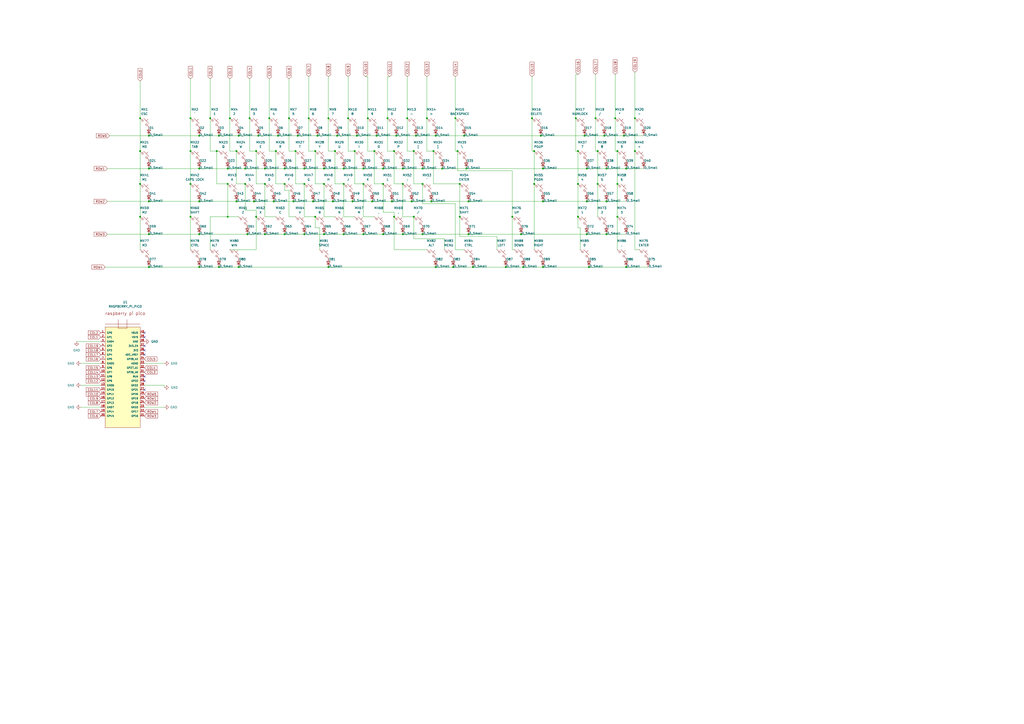
<source format=kicad_sch>
(kicad_sch (version 20231120) (generator "eeschema") (generator_version "8.0")
  (paper "A2")
  (junction (at 302.26 135.89))
  (junction (at 115.57 135.89))
  (junction (at 346.71 87.63))
  (junction (at 210.82 97.79))
  (junction (at 86.36 116.84))
  (junction (at 210.82 106.68))
  (junction (at 229.87 78.74))
  (junction (at 241.3 78.74))
  (junction (at 351.79 97.79))
  (junction (at 335.28 125.73))
  (junction (at 358.14 87.63))
  (junction (at 187.96 135.89))
  (junction (at 274.32 154.94))
  (junction (at 133.35 68.58))
  (junction (at 213.36 68.58))
  (junction (at 187.96 106.68))
  (junction (at 233.68 97.79))
  (junction (at 250.19 116.84))
  (junction (at 182.88 125.73))
  (junction (at 207.01 78.74))
  (junction (at 266.7 125.73))
  (junction (at 182.88 87.63))
  (junction (at 143.51 135.89))
  (junction (at 110.49 87.63))
  (junction (at 158.75 116.84))
  (junction (at 345.44 68.58))
  (junction (at 240.03 125.73))
  (junction (at 81.28 87.63))
  (junction (at 227.33 116.84))
  (junction (at 184.15 78.74))
  (junction (at 252.73 78.74))
  (junction (at 334.01 68.58))
  (junction (at 368.3 87.63))
  (junction (at 137.16 87.63))
  (junction (at 265.43 87.63))
  (junction (at 172.72 78.74))
  (junction (at 358.14 125.73))
  (junction (at 115.57 97.79))
  (junction (at 271.78 116.84))
  (junction (at 363.22 97.79))
  (junction (at 351.79 135.89))
  (junction (at 115.57 116.84))
  (junction (at 132.08 125.73))
  (junction (at 171.45 87.63))
  (junction (at 165.1 97.79))
  (junction (at 340.36 135.89))
  (junction (at 142.24 106.68))
  (junction (at 251.46 87.63))
  (junction (at 201.93 68.58))
  (junction (at 127 78.74))
  (junction (at 303.53 154.94))
  (junction (at 222.25 97.79))
  (junction (at 194.31 87.63))
  (junction (at 127 154.94))
  (junction (at 86.36 78.74))
  (junction (at 199.39 106.68))
  (junction (at 361.95 78.74))
  (junction (at 161.29 78.74))
  (junction (at 110.49 106.68))
  (junction (at 142.24 97.79))
  (junction (at 170.18 116.84))
  (junction (at 228.6 87.63))
  (junction (at 335.28 87.63))
  (junction (at 215.9 116.84))
  (junction (at 121.92 68.58))
  (junction (at 308.61 68.58))
  (junction (at 240.03 87.63))
  (junction (at 339.09 78.74))
  (junction (at 110.49 68.58))
  (junction (at 264.16 68.58))
  (junction (at 199.39 135.89))
  (junction (at 309.88 87.63))
  (junction (at 236.22 68.58))
  (junction (at 179.07 68.58))
  (junction (at 153.67 97.79))
  (junction (at 224.79 68.58))
  (junction (at 81.28 125.73))
  (junction (at 341.63 154.94))
  (junction (at 132.08 97.79))
  (junction (at 233.68 135.89))
  (junction (at 252.73 154.94))
  (junction (at 193.04 116.84))
  (junction (at 167.64 68.58))
  (junction (at 138.43 154.94))
  (junction (at 153.67 135.89))
  (junction (at 350.52 78.74))
  (junction (at 148.59 87.63))
  (junction (at 297.18 125.73))
  (junction (at 165.1 135.89))
  (junction (at 245.11 135.89))
  (junction (at 314.96 116.84))
  (junction (at 245.11 106.68))
  (junction (at 293.37 154.94))
  (junction (at 86.36 154.94))
  (junction (at 314.96 154.94))
  (junction (at 115.57 154.94))
  (junction (at 368.3 68.58))
  (junction (at 81.28 106.68))
  (junction (at 137.16 116.84))
  (junction (at 256.54 97.79))
  (junction (at 199.39 97.79))
  (junction (at 247.65 68.58))
  (junction (at 86.36 97.79))
  (junction (at 165.1 106.68))
  (junction (at 222.25 135.89))
  (junction (at 363.22 154.94))
  (junction (at 81.28 68.58))
  (junction (at 195.58 78.74))
  (junction (at 190.5 154.94))
  (junction (at 346.71 106.68))
  (junction (at 176.53 97.79))
  (junction (at 187.96 97.79))
  (junction (at 266.7 106.68))
  (junction (at 176.53 106.68))
  (junction (at 204.47 116.84))
  (junction (at 210.82 135.89))
  (junction (at 125.73 87.63))
  (junction (at 205.74 87.63))
  (junction (at 270.51 97.79))
  (junction (at 340.36 116.84))
  (junction (at 110.49 125.73))
  (junction (at 222.25 106.68))
  (junction (at 271.78 135.89))
  (junction (at 313.69 78.74))
  (junction (at 156.21 68.58))
  (junction (at 233.68 106.68))
  (junction (at 314.96 97.79))
  (junction (at 262.89 154.94))
  (junction (at 160.02 87.63))
  (junction (at 86.36 135.89))
  (junction (at 335.28 106.68))
  (junction (at 356.87 68.58))
  (junction (at 115.57 78.74))
  (junction (at 190.5 68.58))
  (junction (at 148.59 125.73))
  (junction (at 351.79 116.84))
  (junction (at 149.86 78.74))
  (junction (at 245.11 97.79))
  (junction (at 132.08 106.68))
  (junction (at 217.17 87.63))
  (junction (at 358.14 106.68))
  (junction (at 238.76 116.84))
  (junction (at 144.78 68.58))
  (junction (at 309.88 106.68))
  (junction (at 176.53 135.89))
  (junction (at 181.61 116.84))
  (junction (at 138.43 78.74))
  (junction (at 153.67 106.68))
  (junction (at 269.24 78.74))
  (junction (at 340.36 97.79))
  (junction (at 147.32 116.84))
  (junction (at 228.6 125.73))
  (junction (at 218.44 78.74))
  (no_connect (at 83.82 195.58))
  (no_connect (at 83.82 193.04))
  (no_connect (at 83.82 220.98))
  (no_connect (at 83.82 226.06))
  (no_connect (at 83.82 205.74))
  (no_connect (at 83.82 203.2))
  (no_connect (at 83.82 200.66))
  (no_connect (at 83.82 218.44))
  (wire (pts (xy 190.5 87.63) (xy 194.31 87.63)))
  (wire (pts (xy 302.26 135.89) (xy 340.36 135.89)))
  (wire (pts (xy 133.35 68.58) (xy 133.35 87.63)))
  (wire (pts (xy 137.16 87.63) (xy 137.16 106.68)))
  (wire (pts (xy 176.53 97.79) (xy 187.96 97.79)))
  (wire (pts (xy 247.65 87.63) (xy 251.46 87.63)))
  (wire (pts (xy 297.18 125.73) (xy 297.18 144.78)))
  (wire (pts (xy 269.24 78.74) (xy 313.69 78.74)))
  (wire (pts (xy 314.96 97.79) (xy 340.36 97.79)))
  (wire (pts (xy 345.44 68.58) (xy 345.44 87.63)))
  (wire (pts (xy 167.64 110.49) (xy 165.1 110.49)))
  (wire (pts (xy 228.6 144.78) (xy 228.6 125.73)))
  (wire (pts (xy 148.59 144.78) (xy 148.59 125.73)))
  (wire (pts (xy 228.6 87.63) (xy 228.6 106.68)))
  (wire (pts (xy 334.01 43.18) (xy 334.01 68.58)))
  (wire (pts (xy 81.28 68.58) (xy 81.28 87.63)))
  (wire (pts (xy 224.79 68.58) (xy 224.79 87.63)))
  (wire (pts (xy 46.99 210.82) (xy 58.42 210.82)))
  (wire (pts (xy 222.25 106.68) (xy 222.25 123.19)))
  (wire (pts (xy 86.36 135.89) (xy 115.57 135.89)))
  (wire (pts (xy 314.96 116.84) (xy 340.36 116.84)))
  (wire (pts (xy 303.53 154.94) (xy 314.96 154.94)))
  (wire (pts (xy 222.25 97.79) (xy 233.68 97.79)))
  (wire (pts (xy 187.96 97.79) (xy 199.39 97.79)))
  (wire (pts (xy 264.16 68.58) (xy 264.16 87.63)))
  (wire (pts (xy 86.36 78.74) (xy 115.57 78.74)))
  (wire (pts (xy 185.42 132.08) (xy 182.88 132.08)))
  (wire (pts (xy 358.14 87.63) (xy 358.14 106.68)))
  (wire (pts (xy 199.39 106.68) (xy 199.39 125.73)))
  (wire (pts (xy 115.57 78.74) (xy 127 78.74)))
  (wire (pts (xy 95.25 223.52) (xy 95.25 224.79)))
  (wire (pts (xy 165.1 110.49) (xy 165.1 106.68)))
  (wire (pts (xy 110.49 87.63) (xy 110.49 106.68)))
  (wire (pts (xy 160.02 106.68) (xy 165.1 106.68)))
  (wire (pts (xy 62.23 97.79) (xy 86.36 97.79)))
  (wire (pts (xy 309.88 106.68) (xy 309.88 144.78)))
  (wire (pts (xy 236.22 68.58) (xy 236.22 87.63)))
  (wire (pts (xy 199.39 135.89) (xy 210.82 135.89)))
  (wire (pts (xy 115.57 135.89) (xy 143.51 135.89)))
  (wire (pts (xy 257.81 138.43) (xy 257.81 144.78)))
  (wire (pts (xy 256.54 97.79) (xy 270.51 97.79)))
  (wire (pts (xy 125.73 87.63) (xy 127 87.63)))
  (wire (pts (xy 351.79 135.89) (xy 363.22 135.89)))
  (wire (pts (xy 210.82 97.79) (xy 222.25 97.79)))
  (wire (pts (xy 86.36 154.94) (xy 115.57 154.94)))
  (wire (pts (xy 199.39 125.73) (xy 205.74 125.73)))
  (wire (pts (xy 229.87 78.74) (xy 241.3 78.74)))
  (wire (pts (xy 266.7 125.73) (xy 266.7 137.16)))
  (wire (pts (xy 137.16 116.84) (xy 147.32 116.84)))
  (wire (pts (xy 115.57 97.79) (xy 132.08 97.79)))
  (wire (pts (xy 297.18 144.78) (xy 298.45 144.78)))
  (wire (pts (xy 215.9 116.84) (xy 227.33 116.84)))
  (wire (pts (xy 86.36 116.84) (xy 115.57 116.84)))
  (wire (pts (xy 81.28 87.63) (xy 81.28 106.68)))
  (wire (pts (xy 297.18 99.06) (xy 297.18 125.73)))
  (wire (pts (xy 156.21 45.72) (xy 156.21 68.58)))
  (wire (pts (xy 233.68 97.79) (xy 245.11 97.79)))
  (wire (pts (xy 351.79 97.79) (xy 363.22 97.79)))
  (wire (pts (xy 182.88 106.68) (xy 187.96 106.68)))
  (wire (pts (xy 176.53 135.89) (xy 187.96 135.89)))
  (wire (pts (xy 218.44 78.74) (xy 229.87 78.74)))
  (wire (pts (xy 187.96 106.68) (xy 187.96 125.73)))
  (wire (pts (xy 81.28 125.73) (xy 81.28 144.78)))
  (wire (pts (xy 190.5 44.45) (xy 190.5 68.58)))
  (wire (pts (xy 217.17 106.68) (xy 222.25 106.68)))
  (wire (pts (xy 340.36 135.89) (xy 351.79 135.89)))
  (wire (pts (xy 217.17 87.63) (xy 217.17 106.68)))
  (wire (pts (xy 148.59 87.63) (xy 148.59 106.68)))
  (wire (pts (xy 222.25 135.89) (xy 233.68 135.89)))
  (wire (pts (xy 110.49 125.73) (xy 110.49 144.78)))
  (wire (pts (xy 132.08 106.68) (xy 125.73 106.68)))
  (wire (pts (xy 170.18 116.84) (xy 181.61 116.84)))
  (wire (pts (xy 264.16 87.63) (xy 265.43 87.63)))
  (wire (pts (xy 142.24 121.92) (xy 142.24 106.68)))
  (wire (pts (xy 62.23 135.89) (xy 86.36 135.89)))
  (wire (pts (xy 212.09 44.45) (xy 213.36 44.45)))
  (wire (pts (xy 245.11 118.11) (xy 264.16 118.11)))
  (wire (pts (xy 228.6 106.68) (xy 233.68 106.68)))
  (wire (pts (xy 121.92 144.78) (xy 121.92 125.73)))
  (wire (pts (xy 265.43 87.63) (xy 265.43 99.06)))
  (wire (pts (xy 356.87 87.63) (xy 358.14 87.63)))
  (wire (pts (xy 153.67 135.89) (xy 165.1 135.89)))
  (wire (pts (xy 153.67 106.68) (xy 153.67 125.73)))
  (wire (pts (xy 271.78 116.84) (xy 314.96 116.84)))
  (wire (pts (xy 251.46 106.68) (xy 266.7 106.68)))
  (wire (pts (xy 358.14 125.73) (xy 358.14 144.78)))
  (wire (pts (xy 46.99 223.52) (xy 58.42 223.52)))
  (wire (pts (xy 144.78 45.72) (xy 144.78 68.58)))
  (wire (pts (xy 83.82 223.52) (xy 95.25 223.52)))
  (wire (pts (xy 251.46 87.63) (xy 251.46 106.68)))
  (wire (pts (xy 309.88 87.63) (xy 309.88 106.68)))
  (wire (pts (xy 63.5 78.74) (xy 86.36 78.74)))
  (wire (pts (xy 148.59 125.73) (xy 148.59 121.92)))
  (wire (pts (xy 293.37 154.94) (xy 303.53 154.94)))
  (wire (pts (xy 227.33 116.84) (xy 238.76 116.84)))
  (wire (pts (xy 351.79 116.84) (xy 363.22 116.84)))
  (wire (pts (xy 179.07 44.45) (xy 179.07 68.58)))
  (wire (pts (xy 133.35 45.72) (xy 133.35 68.58)))
  (wire (pts (xy 158.75 116.84) (xy 170.18 116.84)))
  (wire (pts (xy 194.31 106.68) (xy 199.39 106.68)))
  (wire (pts (xy 336.55 144.78) (xy 336.55 132.08)))
  (wire (pts (xy 247.65 144.78) (xy 228.6 144.78)))
  (wire (pts (xy 187.96 125.73) (xy 194.31 125.73)))
  (wire (pts (xy 308.61 44.45) (xy 308.61 68.58)))
  (wire (pts (xy 83.82 210.82) (xy 95.25 210.82)))
  (wire (pts (xy 176.53 125.73) (xy 182.88 125.73)))
  (wire (pts (xy 182.88 132.08) (xy 182.88 125.73)))
  (wire (pts (xy 132.08 125.73) (xy 132.08 106.68)))
  (wire (pts (xy 339.09 78.74) (xy 350.52 78.74)))
  (wire (pts (xy 245.11 135.89) (xy 271.78 135.89)))
  (wire (pts (xy 346.71 87.63) (xy 346.71 106.68)))
  (wire (pts (xy 240.03 87.63) (xy 240.03 106.68)))
  (wire (pts (xy 115.57 116.84) (xy 137.16 116.84)))
  (wire (pts (xy 86.36 97.79) (xy 115.57 97.79)))
  (wire (pts (xy 340.36 97.79) (xy 351.79 97.79)))
  (wire (pts (xy 110.49 68.58) (xy 110.49 87.63)))
  (wire (pts (xy 233.68 135.89) (xy 245.11 135.89)))
  (wire (pts (xy 240.03 138.43) (xy 257.81 138.43)))
  (wire (pts (xy 142.24 106.68) (xy 137.16 106.68)))
  (wire (pts (xy 153.67 97.79) (xy 165.1 97.79)))
  (wire (pts (xy 127 154.94) (xy 138.43 154.94)))
  (wire (pts (xy 368.3 41.91) (xy 368.3 68.58)))
  (wire (pts (xy 179.07 87.63) (xy 182.88 87.63)))
  (wire (pts (xy 247.65 44.45) (xy 247.65 68.58)))
  (wire (pts (xy 262.89 154.94) (xy 274.32 154.94)))
  (wire (pts (xy 335.28 43.18) (xy 334.01 43.18)))
  (wire (pts (xy 195.58 78.74) (xy 207.01 78.74)))
  (wire (pts (xy 363.22 154.94) (xy 375.92 154.94)))
  (wire (pts (xy 201.93 87.63) (xy 205.74 87.63)))
  (wire (pts (xy 340.36 116.84) (xy 351.79 116.84)))
  (wire (pts (xy 199.39 97.79) (xy 210.82 97.79)))
  (wire (pts (xy 156.21 68.58) (xy 156.21 87.63)))
  (wire (pts (xy 149.86 78.74) (xy 161.29 78.74)))
  (wire (pts (xy 171.45 87.63) (xy 171.45 106.68)))
  (wire (pts (xy 201.93 68.58) (xy 201.93 87.63)))
  (wire (pts (xy 210.82 106.68) (xy 210.82 125.73)))
  (wire (pts (xy 190.5 154.94) (xy 252.73 154.94)))
  (wire (pts (xy 110.49 45.72) (xy 110.49 68.58)))
  (wire (pts (xy 138.43 154.94) (xy 190.5 154.94)))
  (wire (pts (xy 46.99 236.22) (xy 58.42 236.22)))
  (wire (pts (xy 213.36 68.58) (xy 213.36 44.45)))
  (wire (pts (xy 110.49 106.68) (xy 110.49 125.73)))
  (wire (pts (xy 201.93 44.45) (xy 201.93 68.58)))
  (wire (pts (xy 133.35 144.78) (xy 148.59 144.78)))
  (wire (pts (xy 121.92 125.73) (xy 132.08 125.73)))
  (wire (pts (xy 176.53 106.68) (xy 176.53 125.73)))
  (wire (pts (xy 138.43 125.73) (xy 132.08 125.73)))
  (wire (pts (xy 213.36 87.63) (xy 217.17 87.63)))
  (wire (pts (xy 228.6 123.19) (xy 228.6 125.73)))
  (wire (pts (xy 193.04 116.84) (xy 204.47 116.84)))
  (wire (pts (xy 167.64 68.58) (xy 167.64 87.63)))
  (wire (pts (xy 138.43 78.74) (xy 149.86 78.74)))
  (wire (pts (xy 356.87 68.58) (xy 356.87 87.63)))
  (wire (pts (xy 153.67 125.73) (xy 160.02 125.73)))
  (wire (pts (xy 350.52 78.74) (xy 361.95 78.74)))
  (wire (pts (xy 345.44 43.18) (xy 345.44 68.58)))
  (wire (pts (xy 240.03 106.68) (xy 245.11 106.68)))
  (wire (pts (xy 213.36 68.58) (xy 213.36 87.63)))
  (wire (pts (xy 83.82 236.22) (xy 95.25 236.22)))
  (wire (pts (xy 171.45 106.68) (xy 176.53 106.68)))
  (wire (pts (xy 264.16 144.78) (xy 269.24 144.78)))
  (wire (pts (xy 161.29 78.74) (xy 172.72 78.74)))
  (wire (pts (xy 207.01 78.74) (xy 218.44 78.74)))
  (wire (pts (xy 334.01 87.63) (xy 335.28 87.63)))
  (wire (pts (xy 308.61 68.58) (xy 308.61 87.63)))
  (wire (pts (xy 334.01 68.58) (xy 334.01 87.63)))
  (wire (pts (xy 142.24 97.79) (xy 153.67 97.79)))
  (wire (pts (xy 346.71 106.68) (xy 346.71 125.73)))
  (wire (pts (xy 184.15 78.74) (xy 195.58 78.74)))
  (wire (pts (xy 160.02 87.63) (xy 160.02 106.68)))
  (wire (pts (xy 233.68 125.73) (xy 233.68 106.68)))
  (wire (pts (xy 133.35 87.63) (xy 137.16 87.63)))
  (wire (pts (xy 314.96 154.94) (xy 341.63 154.94)))
  (wire (pts (xy 156.21 87.63) (xy 160.02 87.63)))
  (wire (pts (xy 224.79 44.45) (xy 226.06 44.45)))
  (wire (pts (xy 222.25 123.19) (xy 228.6 123.19)))
  (wire (pts (xy 187.96 135.89) (xy 199.39 135.89)))
  (wire (pts (xy 147.32 116.84) (xy 158.75 116.84)))
  (wire (pts (xy 44.45 198.12) (xy 58.42 198.12)))
  (wire (pts (xy 265.43 99.06) (xy 297.18 99.06)))
  (wire (pts (xy 241.3 78.74) (xy 252.73 78.74)))
  (wire (pts (xy 127 78.74) (xy 138.43 78.74)))
  (wire (pts (xy 125.73 106.68) (xy 125.73 87.63)))
  (wire (pts (xy 335.28 106.68) (xy 335.28 125.73)))
  (wire (pts (xy 190.5 68.58) (xy 190.5 87.63)))
  (wire (pts (xy 341.63 154.94) (xy 363.22 154.94)))
  (wire (pts (xy 143.51 135.89) (xy 153.67 135.89)))
  (wire (pts (xy 121.92 87.63) (xy 125.73 87.63)))
  (wire (pts (xy 271.78 135.89) (xy 302.26 135.89)))
  (wire (pts (xy 121.92 45.72) (xy 121.92 68.58)))
  (wire (pts (xy 210.82 135.89) (xy 222.25 135.89)))
  (wire (pts (xy 224.79 68.58) (xy 224.79 44.45)))
  (wire (pts (xy 148.59 106.68) (xy 153.67 106.68)))
  (wire (pts (xy 182.88 87.63) (xy 182.88 106.68)))
  (wire (pts (xy 245.11 106.68) (xy 245.11 118.11)))
  (wire (pts (xy 264.16 44.45) (xy 264.16 68.58)))
  (wire (pts (xy 148.59 121.92) (xy 142.24 121.92)))
  (wire (pts (xy 368.3 144.78) (xy 370.84 144.78)))
  (wire (pts (xy 62.23 116.84) (xy 86.36 116.84)))
  (wire (pts (xy 172.72 78.74) (xy 184.15 78.74)))
  (wire (pts (xy 240.03 125.73) (xy 233.68 125.73)))
  (wire (pts (xy 266.7 137.16) (xy 288.29 137.16)))
  (wire (pts (xy 167.64 45.72) (xy 167.64 68.58)))
  (wire (pts (xy 335.28 132.08) (xy 335.28 125.73)))
  (wire (pts (xy 356.87 43.18) (xy 356.87 68.58)))
  (wire (pts (xy 335.28 87.63) (xy 335.28 106.68)))
  (wire (pts (xy 144.78 87.63) (xy 148.59 87.63)))
  (wire (pts (xy 363.22 97.79) (xy 373.38 97.79)))
  (wire (pts (xy 171.45 125.73) (xy 167.64 125.73)))
  (wire (pts (xy 250.19 116.84) (xy 271.78 116.84)))
  (wire (pts (xy 81.28 106.68) (xy 81.28 125.73)))
  (wire (pts (xy 270.51 97.79) (xy 314.96 97.79)))
  (wire (pts (xy 204.47 116.84) (xy 215.9 116.84)))
  (wire (pts (xy 144.78 68.58) (xy 144.78 87.63)))
  (wire (pts (xy 345.44 87.63) (xy 346.71 87.63)))
  (wire (pts (xy 264.16 118.11) (xy 264.16 144.78)))
  (wire (pts (xy 238.76 116.84) (xy 250.19 116.84)))
  (wire (pts (xy 336.55 132.08) (xy 335.28 132.08)))
  (wire (pts (xy 165.1 97.79) (xy 176.53 97.79)))
  (wire (pts (xy 245.11 97.79) (xy 256.54 97.79)))
  (wire (pts (xy 205.74 87.63) (xy 205.74 106.68)))
  (wire (pts (xy 115.57 154.94) (xy 127 154.94)))
  (wire (pts (xy 81.28 46.99) (xy 81.28 68.58)))
  (wire (pts (xy 368.3 68.58) (xy 368.3 87.63)))
  (wire (pts (xy 224.79 87.63) (xy 228.6 87.63)))
  (wire (pts (xy 308.61 87.63) (xy 309.88 87.63)))
  (wire (pts (xy 240.03 125.73) (xy 240.03 138.43)))
  (wire (pts (xy 121.92 68.58) (xy 121.92 87.63)))
  (wire (pts (xy 179.07 68.58) (xy 179.07 87.63)))
  (wire (pts (xy 252.73 154.94) (xy 262.89 154.94)))
  (wire (pts (xy 252.73 78.74) (xy 269.24 78.74)))
  (wire (pts (xy 236.22 87.63) (xy 240.03 87.63)))
  (wire (pts (xy 361.95 78.74) (xy 373.38 78.74)))
  (wire (pts (xy 181.61 116.84) (xy 193.04 116.84)))
  (wire (pts (xy 167.64 125.73) (xy 167.64 110.49)))
  (wire (pts (xy 274.32 154.94) (xy 293.37 154.94)))
  (wire (pts (xy 185.42 144.78) (xy 185.42 132.08)))
  (wire (pts (xy 313.69 78.74) (xy 339.09 78.74)))
  (wire (pts (xy 368.3 87.63) (xy 368.3 144.78)))
  (wire (pts (xy 205.74 106.68) (xy 210.82 106.68)))
  (wire (pts (xy 60.96 154.94) (xy 86.36 154.94)))
  (wire (pts (xy 358.14 106.68) (xy 358.14 125.73)))
  (wire (pts (xy 266.7 106.68) (xy 266.7 125.73)))
  (wire (pts (xy 194.31 87.63) (xy 194.31 106.68)))
  (wire (pts (xy 132.08 97.79) (xy 142.24 97.79)))
  (wire (pts (xy 247.65 68.58) (xy 247.65 87.63)))
  (wire (pts (xy 236.22 44.45) (xy 236.22 68.58)))
  (wire (pts (xy 167.64 87.63) (xy 171.45 87.63)))
  (wire (pts (xy 288.29 137.16) (xy 288.29 144.78)))
  (wire (pts (xy 165.1 135.89) (xy 176.53 135.89)))
  (wire (pts (xy 210.82 125.73) (xy 217.17 125.73)))
  (global_label "COL4" (shape input) (at 144.78 45.72 90) (property "Intersheetrefs" "${INTERSHEET_REFS}" (effects (hide yes))))
  (global_label "ROW1" (shape input) (at 83.82 231.14 0) (property "Intersheetrefs" "${INTERSHEET_REFS}" (effects (hide yes))))
  (global_label "COL11" (shape input) (at 58.42 226.06 180) (property "Intersheetrefs" "${INTERSHEET_REFS}" (effects (hide yes))))
  (global_label "COL0" (shape input) (at 81.28 46.99 90) (property "Intersheetrefs" "${INTERSHEET_REFS}" (effects (hide yes))))
  (global_label "COL15" (shape input) (at 58.42 213.36 180) (property "Intersheetrefs" "${INTERSHEET_REFS}" (effects (hide yes))))
  (global_label "COL11" (shape input) (at 226.06 44.45 90) (property "Intersheetrefs" "${INTERSHEET_REFS}" (effects (hide yes))))
  (global_label "COL19" (shape input) (at 368.3 41.91 90) (property "Intersheetrefs" "${INTERSHEET_REFS}" (effects (hide yes))))
  (global_label "COL1" (shape input) (at 110.49 45.72 90) (property "Intersheetrefs" "${INTERSHEET_REFS}" (effects (hide yes))))
  (global_label "COL6" (shape input) (at 167.64 45.72 90) (property "Intersheetrefs" "${INTERSHEET_REFS}" (effects (hide yes))))
  (global_label "COL12" (shape input) (at 58.42 220.98 180) (property "Intersheetrefs" "${INTERSHEET_REFS}" (effects (hide yes))))
  (global_label "ROW3" (shape input) (at 83.82 241.3 0) (property "Intersheetrefs" "${INTERSHEET_REFS}" (effects (hide yes))))
  (global_label "COL9" (shape input) (at 201.93 44.45 90) (property "Intersheetrefs" "${INTERSHEET_REFS}" (effects (hide yes))))
  (global_label "ROW4" (shape input) (at 60.96 154.94 180) (property "Intersheetrefs" "${INTERSHEET_REFS}" (effects (hide yes))))
  (global_label "COL5" (shape input) (at 156.21 45.72 90) (property "Intersheetrefs" "${INTERSHEET_REFS}" (effects (hide yes))))
  (global_label "COL14" (shape input) (at 264.16 44.45 90) (property "Intersheetrefs" "${INTERSHEET_REFS}" (effects (hide yes))))
  (global_label "COL13" (shape input) (at 247.65 44.45 90) (property "Intersheetrefs" "${INTERSHEET_REFS}" (effects (hide yes))))
  (global_label "COL12" (shape input) (at 236.22 44.45 90) (property "Intersheetrefs" "${INTERSHEET_REFS}" (effects (hide yes))))
  (global_label "COL17" (shape input) (at 345.44 43.18 90) (property "Intersheetrefs" "${INTERSHEET_REFS}" (effects (hide yes))))
  (global_label "ROW3" (shape input) (at 62.23 135.89 180) (property "Intersheetrefs" "${INTERSHEET_REFS}" (effects (hide yes))))
  (global_label "COL19" (shape input) (at 58.42 200.66 180) (property "Intersheetrefs" "${INTERSHEET_REFS}" (effects (hide yes))))
  (global_label "COL15" (shape input) (at 308.61 44.45 90) (property "Intersheetrefs" "${INTERSHEET_REFS}" (effects (hide yes))))
  (global_label "ROW0" (shape input) (at 83.82 228.6 0) (property "Intersheetrefs" "${INTERSHEET_REFS}" (effects (hide yes))))
  (global_label "ROW2" (shape input) (at 83.82 233.68 0) (property "Intersheetrefs" "${INTERSHEET_REFS}" (effects (hide yes))))
  (global_label "COL7" (shape input) (at 179.07 44.45 90) (property "Intersheetrefs" "${INTERSHEET_REFS}" (effects (hide yes))))
  (global_label "COL13" (shape input) (at 58.42 218.44 180) (property "Intersheetrefs" "${INTERSHEET_REFS}" (effects (hide yes))))
  (global_label "COL7" (shape input) (at 58.42 238.76 180) (property "Intersheetrefs" "${INTERSHEET_REFS}" (effects (hide yes))))
  (global_label "COL6" (shape input) (at 58.42 241.3 180) (property "Intersheetrefs" "${INTERSHEET_REFS}" (effects (hide yes))))
  (global_label "COL9" (shape input) (at 58.42 231.14 180) (property "Intersheetrefs" "${INTERSHEET_REFS}" (effects (hide yes))))
  (global_label "COL2" (shape input) (at 58.42 193.04 180) (property "Intersheetrefs" "${INTERSHEET_REFS}" (effects (hide yes))))
  (global_label "COL8" (shape input) (at 58.42 233.68 180) (property "Intersheetrefs" "${INTERSHEET_REFS}" (effects (hide yes))))
  (global_label "COL8" (shape input) (at 190.5 44.45 90) (property "Intersheetrefs" "${INTERSHEET_REFS}" (effects (hide yes))))
  (global_label "COL4" (shape input) (at 83.82 213.36 0) (property "Intersheetrefs" "${INTERSHEET_REFS}" (effects (hide yes))))
  (global_label "COL14" (shape input) (at 58.42 215.9 180) (property "Intersheetrefs" "${INTERSHEET_REFS}" (effects (hide yes))))
  (global_label "COL18" (shape input) (at 58.42 203.2 180) (property "Intersheetrefs" "${INTERSHEET_REFS}" (effects (hide yes))))
  (global_label "COL3" (shape input) (at 133.35 45.72 90) (property "Intersheetrefs" "${INTERSHEET_REFS}" (effects (hide yes))))
  (global_label "COL10" (shape input) (at 212.09 44.45 90) (property "Intersheetrefs" "${INTERSHEET_REFS}" (effects (hide yes))))
  (global_label "ROW2" (shape input) (at 62.23 116.84 180) (property "Intersheetrefs" "${INTERSHEET_REFS}" (effects (hide yes))))
  (global_label "COL1" (shape input) (at 58.42 195.58 180) (property "Intersheetrefs" "${INTERSHEET_REFS}" (effects (hide yes))))
  (global_label "COL17" (shape input) (at 58.42 205.74 180) (property "Intersheetrefs" "${INTERSHEET_REFS}" (effects (hide yes))))
  (global_label "COL18" (shape input) (at 356.87 43.18 90) (property "Intersheetrefs" "${INTERSHEET_REFS}" (effects (hide yes))))
  (global_label "COL10" (shape input) (at 58.42 228.6 180) (property "Intersheetrefs" "${INTERSHEET_REFS}" (effects (hide yes))))
  (global_label "COL16" (shape input) (at 335.28 43.18 90) (property "Intersheetrefs" "${INTERSHEET_REFS}" (effects (hide yes))))
  (global_label "ROW4" (shape input) (at 83.82 238.76 0) (property "Intersheetrefs" "${INTERSHEET_REFS}" (effects (hide yes))))
  (global_label "COL2" (shape input) (at 121.92 45.72 90) (property "Intersheetrefs" "${INTERSHEET_REFS}" (effects (hide yes))))
  (global_label "COL3" (shape input) (at 83.82 215.9 0) (property "Intersheetrefs" "${INTERSHEET_REFS}" (effects (hide yes))))
  (global_label "ROW0" (shape input) (at 63.5 78.74 180) (property "Intersheetrefs" "${INTERSHEET_REFS}" (effects (hide yes))))
  (global_label "ROW1" (shape input) (at 62.23 97.79 180) (property "Intersheetrefs" "${INTERSHEET_REFS}" (effects (hide yes))))
  (global_label "COL5" (shape input) (at 83.82 208.28 0) (property "Intersheetrefs" "${INTERSHEET_REFS}" (effects (hide yes))))
  (global_label "COL16" (shape input) (at 58.42 208.28 180) (property "Intersheetrefs" "${INTERSHEET_REFS}" (effects (hide yes))))
  (symbol (lib_id "mechanical_keyboard:D_Small") (at 271.78 133.35 90) (unit 1)
    (property "Reference" "D71" (at 272.034 131.318 90) (effects (justify right)))
    (property "Value" "D_Small" (at 272.034 135.382 90) (effects (justify right)))
    (property "Footprint" "Diode_SMD:D_SOD-123" (effects (hide yes)))
    (property "Description" "Diode, small symbol" (effects (hide yes)))
    (property "Sim.Device" "D" (effects (hide yes)))
    (property "Sim.Pins" "1=K 2=A" (effects (hide yes)))
  )
  (symbol (lib_id "mechanical_keyboard:MX_SW_solder") (at 312.42 147.32 0) (unit 1)
    (property "Reference" "MX89" (at 312.42 139.7 0))
    (property "Value" "RIGHT" (at 312.42 142.24 0))
    (property "Footprint" "PCBlib_keyboard:SW_Cherry_MX_1.00u_PCB" (effects (hide yes)))
    (property "Description" "Push button switch, normally open, two pins, 45° tilted" (effects (hide yes)))
  )
  (symbol (lib_id "mechanical_keyboard:D_Small") (at 340.36 133.35 90) (unit 1)
    (property "Reference" "D72" (at 340.614 131.318 90) (effects (justify right)))
    (property "Value" "D_Small" (at 340.614 135.382 90) (effects (justify right)))
    (property "Footprint" "Diode_SMD:D_SOD-123" (effects (hide yes)))
    (property "Description" "Diode, small symbol" (effects (hide yes)))
    (property "Sim.Device" "D" (effects (hide yes)))
    (property "Sim.Pins" "1=K 2=A" (effects (hide yes)))
  )
  (symbol (lib_id "mechanical_keyboard:D_Small") (at 199.39 95.25 90) (unit 1)
    (property "Reference" "D29" (at 199.644 93.218 90) (effects (justify right)))
    (property "Value" "D_Small" (at 199.644 97.282 90) (effects (justify right)))
    (property "Footprint" "Diode_SMD:D_SOD-123" (effects (hide yes)))
    (property "Description" "Diode, small symbol" (effects (hide yes)))
    (property "Sim.Device" "D" (effects (hide yes)))
    (property "Sim.Pins" "1=K 2=A" (effects (hide yes)))
  )
  (symbol (lib_id "mechanical_keyboard:MX_SW_solder") (at 196.85 128.27 0) (unit 1)
    (property "Reference" "MX66" (at 196.85 120.65 0))
    (property "Value" "N" (at 196.85 123.19 0))
    (property "Footprint" "PCBlib_keyboard:SW_Cherry_MX_1.00u_PCB" (effects (hide yes)))
    (property "Description" "Push button switch, normally open, two pins, 45° tilted" (effects (hide yes)))
  )
  (symbol (lib_id "mechanical_keyboard:MX_SW_solder") (at 204.47 71.12 0) (unit 1)
    (property "Reference" "MX10" (at 204.47 63.5 0))
    (property "Value" "8" (at 204.47 66.04 0))
    (property "Footprint" "PCBlib_keyboard:SW_Cherry_MX_1.00u_PCB" (effects (hide yes)))
    (property "Description" "Push button switch, normally open, two pins, 45° tilted" (effects (hide yes)))
  )
  (symbol (lib_id "mechanical_keyboard:D_Small") (at 227.33 114.3 90) (unit 1)
    (property "Reference" "D51" (at 227.584 112.268 90) (effects (justify right)))
    (property "Value" "D_Small" (at 227.584 116.332 90) (effects (justify right)))
    (property "Footprint" "Diode_SMD:D_SOD-123" (effects (hide yes)))
    (property "Description" "Diode, small symbol" (effects (hide yes)))
    (property "Sim.Device" "D" (effects (hide yes)))
    (property "Sim.Pins" "1=K 2=A" (effects (hide yes)))
  )
  (symbol (lib_id "mechanical_keyboard:MX_SW_solder") (at 158.75 71.12 0) (unit 1)
    (property "Reference" "MX6" (at 158.75 63.5 0))
    (property "Value" "4" (at 158.75 66.04 0))
    (property "Footprint" "PCBlib_keyboard:SW_Cherry_MX_1.00u_PCB" (effects (hide yes)))
    (property "Description" "Push button switch, normally open, two pins, 45° tilted" (effects (hide yes)))
  )
  (symbol (lib_id "mechanical_keyboard:D_Small") (at 222.25 133.35 90) (unit 1)
    (property "Reference" "D68" (at 222.504 131.318 90) (effects (justify right)))
    (property "Value" "D_Small" (at 222.504 135.382 90) (effects (justify right)))
    (property "Footprint" "Diode_SMD:D_SOD-123" (effects (hide yes)))
    (property "Description" "Diode, small symbol" (effects (hide yes)))
    (property "Sim.Device" "D" (effects (hide yes)))
    (property "Sim.Pins" "1=K 2=A" (effects (hide yes)))
  )
  (symbol (lib_id "mechanical_keyboard:D_Small") (at 293.37 152.4 90) (unit 1)
    (property "Reference" "D87" (at 293.624 150.368 90) (effects (justify right)))
    (property "Value" "D_Small" (at 293.624 154.432 90) (effects (justify right)))
    (property "Footprint" "Diode_SMD:D_SOD-123" (effects (hide yes)))
    (property "Description" "Diode, small symbol" (effects (hide yes)))
    (property "Sim.Device" "D" (effects (hide yes)))
    (property "Sim.Pins" "1=K 2=A" (effects (hide yes)))
  )
  (symbol (lib_id "mechanical_keyboard:MX_SW_solder") (at 254 90.17 0) (unit 1)
    (property "Reference" "MX34" (at 254 82.55 0))
    (property "Value" "]" (at 254 85.09 0))
    (property "Footprint" "PCBlib_keyboard:SW_Cherry_MX_1.00u_PCB" (effects (hide yes)))
    (property "Description" "Push button switch, normally open, two pins, 45° tilted" (effects (hide yes)))
  )
  (symbol (lib_id "mechanical_keyboard:D_Small") (at 86.36 76.2 90) (unit 1)
    (property "Reference" "D1" (at 86.614 74.168 90) (effects (justify right)))
    (property "Value" "D_Small" (at 86.614 78.232 90) (effects (justify right)))
    (property "Footprint" "Diode_SMD:D_SOD-123" (effects (hide yes)))
    (property "Description" "Diode, small symbol" (effects (hide yes)))
    (property "Sim.Device" "D" (effects (hide yes)))
    (property "Sim.Pins" "1=K 2=A" (effects (hide yes)))
  )
  (symbol (lib_id "mechanical_keyboard:MX_SW_solder") (at 83.82 90.17 0) (unit 1)
    (property "Reference" "MX21" (at 83.82 82.55 0))
    (property "Value" "M0" (at 83.82 85.09 0))
    (property "Footprint" "PCBlib_keyboard:SW_Cherry_MX_1.00u_PCB" (effects (hide yes)))
    (property "Description" "Push button switch, normally open, two pins, 45° tilted" (effects (hide yes)))
  )
  (symbol (lib_id "mechanical_keyboard:D_Small") (at 161.29 76.2 90) (unit 1)
    (property "Reference" "D6" (at 161.544 74.168 90) (effects (justify right)))
    (property "Value" "D_Small" (at 161.544 78.232 90) (effects (justify right)))
    (property "Footprint" "Diode_SMD:D_SOD-123" (effects (hide yes)))
    (property "Description" "Diode, small symbol" (effects (hide yes)))
    (property "Sim.Device" "D" (effects (hide yes)))
    (property "Sim.Pins" "1=K 2=A" (effects (hide yes)))
  )
  (symbol (lib_id "mechanical_keyboard:D_Small") (at 132.08 95.25 90) (unit 1)
    (property "Reference" "D23" (at 132.334 93.218 90) (effects (justify right)))
    (property "Value" "D_Small" (at 132.334 97.282 90) (effects (justify right)))
    (property "Footprint" "Diode_SMD:D_SOD-123" (effects (hide yes)))
    (property "Description" "Diode, small symbol" (effects (hide yes)))
    (property "Sim.Device" "D" (effects (hide yes)))
    (property "Sim.Pins" "1=K 2=A" (effects (hide yes)))
  )
  (symbol (lib_id "mechanical_keyboard:MX_SW_solder") (at 219.71 90.17 0) (unit 1)
    (property "Reference" "MX31" (at 219.71 82.55 0))
    (property "Value" "O" (at 219.71 85.09 0))
    (property "Footprint" "PCBlib_keyboard:SW_Cherry_MX_1.00u_PCB" (effects (hide yes)))
    (property "Description" "Push button switch, normally open, two pins, 45° tilted" (effects (hide yes)))
  )
  (symbol (lib_id "mechanical_keyboard:MX_SW_solder") (at 360.68 147.32 0) (unit 1)
    (property "Reference" "MX86" (at 360.68 139.7 0))
    (property "Value" "." (at 360.68 142.24 0))
    (property "Footprint" "PCBlib_keyboard:SW_Cherry_MX_1.00u_PCB" (effects (hide yes)))
    (property "Description" "Push button switch, normally open, two pins, 45° tilted" (effects (hide yes)))
  )
  (symbol (lib_id "mechanical_keyboard:D_Small") (at 363.22 133.35 90) (unit 1)
    (property "Reference" "D74" (at 363.474 131.318 90) (effects (justify right)))
    (property "Value" "D_Small" (at 363.474 135.382 90) (effects (justify right)))
    (property "Footprint" "Diode_SMD:D_SOD-123" (effects (hide yes)))
    (property "Description" "Diode, small symbol" (effects (hide yes)))
    (property "Sim.Device" "D" (effects (hide yes)))
    (property "Sim.Pins" "1=K 2=A" (effects (hide yes)))
  )
  (symbol (lib_id "mechanical_keyboard:MX_SW_solder") (at 312.42 109.22 0) (unit 1)
    (property "Reference" "MX55" (at 312.42 101.6 0))
    (property "Value" "PGDN" (at 312.42 104.14 0))
    (property "Footprint" "PCBlib_keyboard:SW_Cherry_MX_1.00u_PCB" (effects (hide yes)))
    (property "Description" "Push button switch, normally open, two pins, 45° tilted" (effects (hide yes)))
  )
  (symbol (lib_id "mechanical_keyboard:D_Small") (at 339.09 76.2 90) (unit 1)
    (property "Reference" "D17" (at 339.344 74.168 90) (effects (justify right)))
    (property "Value" "D_Small" (at 339.344 78.232 90) (effects (justify right)))
    (property "Footprint" "Diode_SMD:D_SOD-123" (effects (hide yes)))
    (property "Description" "Diode, small symbol" (effects (hide yes)))
    (property "Sim.Device" "D" (effects (hide yes)))
    (property "Sim.Pins" "1=K 2=A" (effects (hide yes)))
  )
  (symbol (lib_id "mechanical_keyboard:D_Small") (at 373.38 76.2 90) (unit 1)
    (property "Reference" "D20" (at 373.634 74.168 90) (effects (justify right)))
    (property "Value" "D_Small" (at 373.634 78.232 90) (effects (justify right)))
    (property "Footprint" "Diode_SMD:D_SOD-123" (effects (hide yes)))
    (property "Datasheet" "https://www.snapeda.com/parts/MBR0520LT1G/ON%20Semiconductor/datasheet/" (effects (hide yes)))
    (property "Description" "Diode, small symbol" (effects (hide yes)))
    (property "Sim.Device" "D" (effects (hide yes)))
    (property "Sim.Pins" "1=K 2=A" (effects (hide yes)))
  )
  (symbol (lib_id "mechanical_keyboard:D_Small") (at 269.24 76.2 90) (unit 1)
    (property "Reference" "D15" (at 269.494 74.168 90) (effects (justify right)))
    (property "Value" "D_Small" (at 269.494 78.232 90) (effects (justify right)))
    (property "Footprint" "Diode_SMD:D_SOD-123" (effects (hide yes)))
    (property "Description" "Diode, small symbol" (effects (hide yes)))
    (property "Sim.Device" "D" (effects (hide yes)))
    (property "Sim.Pins" "1=K 2=A" (effects (hide yes)))
  )
  (symbol (lib_id "mechanical_keyboard:D_Small") (at 142.24 95.25 90) (unit 1)
    (property "Reference" "D24" (at 142.494 93.218 90) (effects (justify right)))
    (property "Value" "D_Small" (at 142.494 97.282 90) (effects (justify right)))
    (property "Footprint" "Diode_SMD:D_SOD-123" (effects (hide yes)))
    (property "Description" "Diode, small symbol" (effects (hide yes)))
    (property "Sim.Device" "D" (effects (hide yes)))
    (property "Sim.Pins" "1=K 2=A" (effects (hide yes)))
  )
  (symbol (lib_id "mechanical_keyboard:D_Small") (at 138.43 76.2 90) (unit 1)
    (property "Reference" "D4" (at 138.684 74.168 90) (effects (justify right)))
    (property "Value" "D_Small" (at 138.684 78.232 90) (effects (justify right)))
    (property "Footprint" "Diode_SMD:D_SOD-123" (effects (hide yes)))
    (property "Description" "Diode, small symbol" (effects (hide yes)))
    (property "Sim.Device" "D" (effects (hide yes)))
    (property "Sim.Pins" "1=K 2=A" (effects (hide yes)))
  )
  (symbol (lib_id "mechanical_keyboard:MX_SW_solder") (at 231.14 128.27 0) (unit 1)
    (property "Reference" "MX69" (at 231.14 120.65 0))
    (property "Value" "." (at 231.14 123.19 0))
    (property "Footprint" "PCBlib_keyboard:SW_Cherry_MX_1.00u_PCB" (effects (hide yes)))
    (property "Description" "Push button switch, normally open, two pins, 45° tilted" (effects (hide yes)))
  )
  (symbol (lib_id "mechanical_keyboard:D_Small") (at 207.01 76.2 90) (unit 1)
    (property "Reference" "D10" (at 207.264 74.168 90) (effects (justify right)))
    (property "Value" "D_Small" (at 207.264 78.232 90) (effects (justify right)))
    (property "Footprint" "Diode_SMD:D_SOD-123" (effects (hide yes)))
    (property "Description" "Diode, small symbol" (effects (hide yes)))
    (property "Sim.Device" "D" (effects (hide yes)))
    (property "Sim.Pins" "1=K 2=A" (effects (hide yes)))
  )
  (symbol (lib_id "mechanical_keyboard:MX_SW_solder") (at 300.99 147.32 0) (unit 1)
    (property "Reference" "MX88" (at 300.99 139.7 0))
    (property "Value" "DOWN" (at 300.99 142.24 0))
    (property "Footprint" "PCBlib_keyboard:SW_Cherry_MX_1.00u_PCB" (effects (hide yes)))
    (property "Description" "Push button switch, normally open, two pins, 45° tilted" (effects (hide yes)))
  )
  (symbol (lib_id "mechanical_keyboard:D_Small") (at 115.57 133.35 90) (unit 1)
    (property "Reference" "D60" (at 115.824 131.318 90) (effects (justify right)))
    (property "Value" "D_Small" (at 115.824 135.382 90) (effects (justify right)))
    (property "Footprint" "Diode_SMD:D_SOD-123" (effects (hide yes)))
    (property "Description" "Diode, small symbol" (effects (hide yes)))
    (property "Sim.Device" "D" (effects (hide yes)))
    (property "Sim.Pins" "1=K 2=A" (effects (hide yes)))
  )
  (symbol (lib_id "mechanical_keyboard:MX_SW_solder") (at 360.68 90.17 0) (unit 1)
    (property "Reference" "MX39" (at 360.68 82.55 0))
    (property "Value" "9" (at 360.68 85.09 0))
    (property "Footprint" "PCBlib_keyboard:SW_Cherry_MX_1.00u_PCB" (effects (hide yes)))
    (property "Description" "Push button switch, normally open, two pins, 45° tilted" (effects (hide yes)))
  )
  (symbol (lib_id "mechanical_keyboard:D_Small") (at 115.57 114.3 90) (unit 1)
    (property "Reference" "D42" (at 115.824 112.268 90) (effects (justify right)))
    (property "Value" "D_Small" (at 115.824 116.332 90) (effects (justify right)))
    (property "Footprint" "Diode_SMD:D_SOD-123" (effects (hide yes)))
    (property "Description" "Diode, small symbol" (effects (hide yes)))
    (property "Sim.Device" "D" (effects (hide yes)))
    (property "Sim.Pins" "1=K 2=A" (effects (hide yes)))
  )
  (symbol (lib_id "mechanical_keyboard:MX_SW_solder") (at 269.24 109.22 0) (unit 1)
    (property "Reference" "MX54" (at 269.24 101.6 0))
    (property "Value" "ENTER" (at 269.24 104.14 0))
    (property "Footprint" "PCBlib_keyboard:SW_Cherry_MX_2.25u_PCB" (effects (hide yes)))
    (property "Description" "Push button switch, normally open, two pins, 45° tilted" (effects (hide yes)))
  )
  (symbol (lib_id "mechanical_keyboard:MX_SW_solder") (at 181.61 71.12 0) (unit 1)
    (property "Reference" "MX8" (at 181.61 63.5 0))
    (property "Value" "6" (at 181.61 66.04 0))
    (property "Footprint" "PCBlib_keyboard:SW_Cherry_MX_1.00u_PCB" (effects (hide yes)))
    (property "Description" "Push button switch, normally open, two pins, 45° tilted" (effects (hide yes)))
  )
  (symbol (lib_id "mechanical_keyboard:D_Small") (at 361.95 76.2 90) (unit 1)
    (property "Reference" "D19" (at 362.204 74.168 90) (effects (justify right)))
    (property "Value" "D_Small" (at 362.204 78.232 90) (effects (justify right)))
    (property "Footprint" "Diode_SMD:D_SOD-123" (effects (hide yes)))
    (property "Description" "Diode, small symbol" (effects (hide yes)))
    (property "Sim.Device" "D" (effects (hide yes)))
    (property "Sim.Pins" "1=K 2=A" (effects (hide yes)))
  )
  (symbol (lib_id "mechanical_keyboard:MX_SW_solder") (at 190.5 109.22 0) (unit 1)
    (property "Reference" "MX48" (at 190.5 101.6 0))
    (property "Value" "H" (at 190.5 104.14 0))
    (property "Footprint" "PCBlib_keyboard:SW_Cherry_MX_1.00u_PCB" (effects (hide yes)))
    (property "Description" "Push button switch, normally open, two pins, 45° tilted" (effects (hide yes)))
  )
  (symbol (lib_id "mechanical_keyboard:MX_SW_solder") (at 299.72 128.27 0) (unit 1)
    (property "Reference" "MX76" (at 299.72 120.65 0))
    (property "Value" "UP" (at 299.72 123.19 0))
    (property "Footprint" "PCBlib_keyboard:SW_Cherry_MX_1.00u_PCB" (effects (hide yes)))
    (property "Description" "Push button switch, normally open, two pins, 45° tilted" (effects (hide yes)))
  )
  (symbol (lib_id "Pico:RASPBERRY_PI_PICO") (at 68.58 213.36 0) (unit 1)
    (property "Reference" "U1" (at 72.6771 175.26 0))
    (property "Value" "RASPBERRY_PI_PICO" (at 72.6771 177.8 0))
    (property "Footprint" "PCBlib_keyboard:MODULE_RASPBERRY_PI_PICO_W" (effects (hide yes)))
    (property "Description_1" "\n                        \n                            Raspberry Pi Board, Arm Cortex-M0+; Core Architecture:Arm; Core Sub-Architecture:Cortex-M0+; Kit Contents:Raspberry Pi Pico Board; No. Of Bits:32Bit; Silicon Core Number:Rp2040; Silicon Manufacturer:Raspberry Pi |Raspberry-Pi RASPBERRY PI PICO\n                        \n" (effects (hide yes)))
    (property "MP" "RASPBERRY PI PICO" (effects (hide yes)))
  )
  (symbol (lib_id "mechanical_keyboard:MX_SW_solder") (at 83.82 128.27 0) (unit 1)
    (property "Reference" "MX59" (at 83.82 120.65 0))
    (property "Value" "M2" (at 83.82 123.19 0))
    (property "Footprint" "PCBlib_keyboard:SW_Cherry_MX_1.00u_PCB" (effects (hide yes)))
    (property "Description" "Push button switch, normally open, two pins, 45° tilted" (effects (hide yes)))
  )
  (symbol (lib_id "mechanical_keyboard:D_Small") (at 153.67 133.35 90) (unit 1)
    (property "Reference" "D62" (at 153.924 131.318 90) (effects (justify right)))
    (property "Value" "D_Small" (at 153.924 135.382 90) (effects (justify right)))
    (property "Footprint" "Diode_SMD:D_SOD-123" (effects (hide yes)))
    (property "Description" "Diode, small symbol" (effects (hide yes)))
    (property "Sim.Device" "D" (effects (hide yes)))
    (property "Sim.Pins" "1=K 2=A" (effects (hide yes)))
  )
  (symbol (lib_id "power:GND") (at 46.99 236.22 270) (unit 1)
    (property "Reference" "#PWR05" (effects (hide yes)))
    (property "Value" "GND" (at 43.18 236.2199 90) (effects (justify right)))
    (property "Description" "Power symbol creates a global label with name \"GND\" , ground" (effects (hide yes)))
  )
  (symbol (lib_id "mechanical_keyboard:MX_SW_solder") (at 113.03 71.12 0) (unit 1)
    (property "Reference" "MX2" (at 113.03 63.5 0))
    (property "Value" "`" (at 113.03 66.04 0))
    (property "Footprint" "PCBlib_keyboard:SW_Cherry_MX_1.00u_PCB" (effects (hide yes)))
    (property "Description" "Push button switch, normally open, two pins, 45° tilted" (effects (hide yes)))
  )
  (symbol (lib_id "mechanical_keyboard:MX_SW_solder") (at 167.64 109.22 0) (unit 1)
    (property "Reference" "MX46" (at 167.64 101.6 0))
    (property "Value" "F" (at 167.64 104.14 0))
    (property "Footprint" "PCBlib_keyboard:SW_Cherry_MX_1.00u_PCB" (effects (hide yes)))
    (property "Description" "Push button switch, normally open, two pins, 45° tilted" (effects (hide yes)))
  )
  (symbol (lib_id "mechanical_keyboard:MX_SW_solder") (at 83.82 147.32 0) (unit 1)
    (property "Reference" "MX77" (at 83.82 139.7 0))
    (property "Value" "M3" (at 83.82 142.24 0))
    (property "Footprint" "PCBlib_keyboard:SW_Cherry_MX_1.00u_PCB" (effects (hide yes)))
    (property "Description" "Push button switch, normally open, two pins, 45° tilted" (effects (hide yes)))
  )
  (symbol (lib_id "mechanical_keyboard:D_Small") (at 86.36 133.35 90) (unit 1)
    (property "Reference" "D59" (at 86.614 131.318 90) (effects (justify right)))
    (property "Value" "D_Small" (at 86.614 135.382 90) (effects (justify right)))
    (property "Footprint" "Diode_SMD:D_SOD-123" (effects (hide yes)))
    (property "Description" "Diode, small symbol" (effects (hide yes)))
    (property "Sim.Device" "D" (effects (hide yes)))
    (property "Sim.Pins" "1=K 2=A" (effects (hide yes)))
  )
  (symbol (lib_id "mechanical_keyboard:MX_SW_solder") (at 135.89 147.32 0) (unit 1)
    (property "Reference" "MX80" (at 135.89 139.7 0))
    (property "Value" "WIN" (at 135.89 142.24 0))
    (property "Footprint" "PCBlib_keyboard:SW_Cherry_MX_1.25u_PCB" (effects (hide yes)))
    (property "Description" "Push button switch, normally open, two pins, 45° tilted" (effects (hide yes)))
  )
  (symbol (lib_id "mechanical_keyboard:MX_SW_solder") (at 337.82 109.22 0) (unit 1)
    (property "Reference" "MX56" (at 337.82 101.6 0))
    (property "Value" "4" (at 337.82 104.14 0))
    (property "Footprint" "PCBlib_keyboard:SW_Cherry_MX_1.00u_PCB" (effects (hide yes)))
    (property "Description" "Push button switch, normally open, two pins, 45° tilted" (effects (hide yes)))
  )
  (symbol (lib_id "mechanical_keyboard:MX_SW_solder") (at 179.07 109.22 0) (unit 1)
    (property "Reference" "MX47" (at 179.07 101.6 0))
    (property "Value" "G" (at 179.07 104.14 0))
    (property "Footprint" "PCBlib_keyboard:SW_Cherry_MX_1.00u_PCB" (effects (hide yes)))
    (property "Description" "Push button switch, normally open, two pins, 45° tilted" (effects (hide yes)))
  )
  (symbol (lib_id "mechanical_keyboard:D_Small") (at 127 152.4 90) (unit 1)
    (property "Reference" "D79" (at 127.254 150.368 90) (effects (justify right)))
    (property "Value" "D_Small" (at 127.254 154.432 90) (effects (justify right)))
    (property "Footprint" "Diode_SMD:D_SOD-123" (effects (hide yes)))
    (property "Description" "Diode, small symbol" (effects (hide yes)))
    (property "Sim.Device" "D" (effects (hide yes)))
    (property "Sim.Pins" "1=K 2=A" (effects (hide yes)))
  )
  (symbol (lib_id "mechanical_keyboard:MX_SW_solder") (at 370.84 90.17 0) (unit 1)
    (property "Reference" "MX40" (at 370.84 82.55 0))
    (property "Value" "+" (at 370.84 85.09 0))
    (property "Footprint" "PCBlib_keyboard:SW_Cherry_MX_2.00u_Vertical_PCB" (effects (hide yes)))
    (property "Description" "Push button switch, normally open, two pins, 45° tilted" (effects (hide yes)))
  )
  (symbol (lib_id "mechanical_keyboard:D_Small") (at 158.75 114.3 90) (unit 1)
    (property "Reference" "D45" (at 159.004 112.268 90) (effects (justify right)))
    (property "Value" "D_Small" (at 159.004 116.332 90) (effects (justify right)))
    (property "Footprint" "Diode_SMD:D_SOD-123" (effects (hide yes)))
    (property "Description" "Diode, small symbol" (effects (hide yes)))
    (property "Sim.Device" "D" (effects (hide yes)))
    (property "Sim.Pins" "1=K 2=A" (effects (hide yes)))
  )
  (symbol (lib_id "mechanical_keyboard:D_Small") (at 252.73 152.4 90) (unit 1)
    (property "Reference" "D82" (at 252.984 150.368 90) (effects (justify right)))
    (property "Value" "D_Small" (at 252.984 154.432 90) (effects (justify right)))
    (property "Footprint" "Diode_SMD:D_SOD-123" (effects (hide yes)))
    (property "Description" "Diode, small symbol" (effects (hide yes)))
    (property "Sim.Device" "D" (effects (hide yes)))
    (property "Sim.Pins" "1=K 2=A" (effects (hide yes)))
  )
  (symbol (lib_id "mechanical_keyboard:MX_SW_solder") (at 250.19 147.32 0) (unit 1)
    (property "Reference" "MX82" (at 250.19 139.7 0))
    (property "Value" "ALT" (at 250.19 142.24 0))
    (property "Footprint" "PCBlib_keyboard:SW_Cherry_MX_1.25u_PCB" (effects (hide yes)))
    (property "Description" "Push button switch, normally open, two pins, 45° tilted" (effects (hide yes)))
  )
  (symbol (lib_id "mechanical_keyboard:D_Small") (at 229.87 76.2 90) (unit 1)
    (property "Reference" "D12" (at 230.124 74.168 90) (effects (justify right)))
    (property "Value" "D_Small" (at 230.124 78.232 90) (effects (justify right)))
    (property "Footprint" "Diode_SMD:D_SOD-123" (effects (hide yes)))
    (property "Description" "Diode, small symbol" (effects (hide yes)))
    (property "Sim.Device" "D" (effects (hide yes)))
    (property "Sim.Pins" "1=K 2=A" (effects (hide yes)))
  )
  (symbol (lib_id "mechanical_keyboard:MX_SW_solder") (at 260.35 147.32 0) (unit 1)
    (property "Reference" "MX83" (at 260.35 139.7 0))
    (property "Value" "MENU" (at 260.35 142.24 0))
    (property "Footprint" "PCBlib_keyboard:SW_Cherry_MX_1.25u_PCB" (effects (hide yes)))
    (property "Description" "Push button switch, normally open, two pins, 45° tilted" (effects (hide yes)))
  )
  (symbol (lib_id "mechanical_keyboard:MX_SW_solder") (at 173.99 90.17 0) (unit 1)
    (property "Reference" "MX27" (at 173.99 82.55 0))
    (property "Value" "T" (at 173.99 85.09 0))
    (property "Footprint" "PCBlib_keyboard:SW_Cherry_MX_1.00u_PCB" (effects (hide yes)))
    (property "Description" "Push button switch, normally open, two pins, 45° tilted" (effects (hide yes)))
  )
  (symbol (lib_id "mechanical_keyboard:MX_SW_solder") (at 238.76 71.12 0) (unit 1)
    (property "Reference" "MX13" (at 238.76 63.5 0))
    (property "Value" "-" (at 238.76 66.04 0))
    (property "Footprint" "PCBlib_keyboard:SW_Cherry_MX_1.00u_PCB" (effects (hide yes)))
    (property "Description" "Push button switch, normally open, two pins, 45° tilted" (effects (hide yes)))
  )
  (symbol (lib_id "mechanical_keyboard:MX_SW_solder") (at 113.03 128.27 0) (unit 1)
    (property "Reference" "MX60" (at 113.03 120.65 0))
    (property "Value" "SHIFT" (at 113.03 123.19 0))
    (property "Footprint" "PCBlib_keyboard:SW_Cherry_MX_2.25u_PCB" (effects (hide yes)))
    (property "Description" "Push button switch, normally open, two pins, 45° tilted" (effects (hide yes)))
  )
  (symbol (lib_id "mechanical_keyboard:D_Small") (at 137.16 114.3 90) (unit 1)
    (property "Reference" "D43" (at 137.414 112.268 90) (effects (justify right)))
    (property "Value" "D_Small" (at 137.414 116.332 90) (effects (justify right)))
    (property "Footprint" "Diode_SMD:D_SOD-123" (effects (hide yes)))
    (property "Description" "Diode, small symbol" (effects (hide yes)))
    (property "Sim.Device" "D" (effects (hide yes)))
    (property "Sim.Pins" "1=K 2=A" (effects (hide yes)))
  )
  (symbol (lib_id "mechanical_keyboard:D_Small") (at 252.73 76.2 90) (unit 1)
    (property "Reference" "D14" (at 252.984 74.168 90) (effects (justify right)))
    (property "Value" "D_Small" (at 252.984 78.232 90) (effects (justify right)))
    (property "Footprint" "Diode_SMD:D_SOD-123" (effects (hide yes)))
    (property "Description" "Diode, small symbol" (effects (hide yes)))
    (property "Sim.Device" "D" (effects (hide yes)))
    (property "Sim.Pins" "1=K 2=A" (effects (hide yes)))
  )
  (symbol (lib_id "mechanical_keyboard:MX_SW_solder") (at 290.83 147.32 0) (unit 1)
    (property "Reference" "MX87" (at 290.83 139.7 0))
    (property "Value" "LEFT" (at 290.83 142.24 0))
    (property "Footprint" "PCBlib_keyboard:SW_Cherry_MX_1.00u_PCB" (effects (hide yes)))
    (property "Description" "Push button switch, normally open, two pins, 45° tilted" (effects (hide yes)))
  )
  (symbol (lib_id "mechanical_keyboard:MX_SW_solder") (at 215.9 71.12 0) (unit 1)
    (property "Reference" "MX11" (at 215.9 63.5 0))
    (property "Value" "9" (at 215.9 66.04 0))
    (property "Footprint" "PCBlib_keyboard:SW_Cherry_MX_1.00u_PCB" (effects (hide yes)))
    (property "Description" "Push button switch, normally open, two pins, 45° tilted" (effects (hide yes)))
  )
  (symbol (lib_id "mechanical_keyboard:D_Small") (at 199.39 133.35 90) (unit 1)
    (property "Reference" "D66" (at 199.644 131.318 90) (effects (justify right)))
    (property "Value" "D_Small" (at 199.644 135.382 90) (effects (justify right)))
    (property "Footprint" "Diode_SMD:D_SOD-123" (effects (hide yes)))
    (property "Description" "Diode, small symbol" (effects (hide yes)))
    (property "Sim.Device" "D" (effects (hide yes)))
    (property "Sim.Pins" "1=K 2=A" (effects (hide yes)))
  )
  (symbol (lib_id "mechanical_keyboard:MX_SW_solder") (at 311.15 71.12 0) (unit 1)
    (property "Reference" "MX16" (at 311.15 63.5 0))
    (property "Value" "DELETE" (at 311.15 66.04 0))
    (property "Footprint" "PCBlib_keyboard:SW_Cherry_MX_1.00u_PCB" (effects (hide yes)))
    (property "Description" "Push button switch, normally open, two pins, 45° tilted" (effects (hide yes)))
  )
  (symbol (lib_id "mechanical_keyboard:D_Small") (at 218.44 76.2 90) (unit 1)
    (property "Reference" "D11" (at 218.694 74.168 90) (effects (justify right)))
    (property "Value" "D_Small" (at 218.694 78.232 90) (effects (justify right)))
    (property "Footprint" "Diode_SMD:D_SOD-123" (effects (hide yes)))
    (property "Description" "Diode, small symbol" (effects (hide yes)))
    (property "Sim.Device" "D" (effects (hide yes)))
    (property "Sim.Pins" "1=K 2=A" (effects (hide yes)))
  )
  (symbol (lib_id "mechanical_keyboard:D_Small") (at 210.82 133.35 90) (unit 1)
    (property "Reference" "D67" (at 211.074 131.318 90) (effects (justify right)))
    (property "Value" "D_Small" (at 211.074 135.382 90) (effects (justify right)))
    (property "Footprint" "Diode_SMD:D_SOD-123" (effects (hide yes)))
    (property "Description" "Diode, small symbol" (effects (hide yes)))
    (property "Sim.Device" "D" (effects (hide yes)))
    (property "Sim.Pins" "1=K 2=A" (effects (hide yes)))
  )
  (symbol (lib_id "mechanical_keyboard:MX_SW_solder") (at 250.19 71.12 0) (unit 1)
    (property "Reference" "MX14" (at 250.19 63.5 0))
    (property "Value" "=" (at 250.19 66.04 0))
    (property "Footprint" "PCBlib_keyboard:SW_Cherry_MX_1.00u_PCB" (effects (hide yes)))
    (property "Description" "Push button switch, normally open, two pins, 45° tilted" (effects (hide yes)))
  )
  (symbol (lib_id "mechanical_keyboard:D_Small") (at 86.36 95.25 90) (unit 1)
    (property "Reference" "D21" (at 86.614 93.218 90) (effects (justify right)))
    (property "Value" "D_Small" (at 86.614 97.282 90) (effects (justify right)))
    (property "Footprint" "Diode_SMD:D_SOD-123" (effects (hide yes)))
    (property "Description" "Diode, small symbol" (effects (hide yes)))
    (property "Sim.Device" "D" (effects (hide yes)))
    (property "Sim.Pins" "1=K 2=A" (effects (hide yes)))
  )
  (symbol (lib_id "mechanical_keyboard:D_Small") (at 270.51 95.25 90) (unit 1)
    (property "Reference" "D35" (at 270.764 93.218 90) (effects (justify right)))
    (property "Value" "D_Small" (at 270.764 97.282 90) (effects (justify right)))
    (property "Footprint" "Diode_SMD:D_SOD-123" (effects (hide yes)))
    (property "Description" "Diode, small symbol" (effects (hide yes)))
    (property "Sim.Device" "D" (effects (hide yes)))
    (property "Sim.Pins" "1=K 2=A" (effects (hide yes)))
  )
  (symbol (lib_id "mechanical_keyboard:D_Small") (at 176.53 133.35 90) (unit 1)
    (property "Reference" "D64" (at 176.784 131.318 90) (effects (justify right)))
    (property "Value" "D_Small" (at 176.784 135.382 90) (effects (justify right)))
    (property "Footprint" "Diode_SMD:D_SOD-123" (effects (hide yes)))
    (property "Description" "Diode, small symbol" (effects (hide yes)))
    (property "Sim.Device" "D" (effects (hide yes)))
    (property "Sim.Pins" "1=K 2=A" (effects (hide yes)))
  )
  (symbol (lib_id "mechanical_keyboard:D_Small") (at 245.11 133.35 90) (unit 1)
    (property "Reference" "D70" (at 245.364 131.318 90) (effects (justify right)))
    (property "Value" "D_Small" (at 245.364 135.382 90) (effects (justify right)))
    (property "Footprint" "Diode_SMD:D_SOD-123" (effects (hide yes)))
    (property "Description" "Diode, small symbol" (effects (hide yes)))
    (property "Sim.Device" "D" (effects (hide yes)))
    (property "Sim.Pins" "1=K 2=A" (effects (hide yes)))
  )
  (symbol (lib_id "mechanical_keyboard:D_Small") (at 256.54 95.25 90) (unit 1)
    (property "Reference" "D34" (at 256.794 93.218 90) (effects (justify right)))
    (property "Value" "D_Small" (at 256.794 97.282 90) (effects (justify right)))
    (property "Footprint" "Diode_SMD:D_SOD-123" (effects (hide yes)))
    (property "Description" "Diode, small symbol" (effects (hide yes)))
    (property "Sim.Device" "D" (effects (hide yes)))
    (property "Sim.Pins" "1=K 2=A" (effects (hide yes)))
  )
  (symbol (lib_id "mechanical_keyboard:MX_SW_solder") (at 185.42 128.27 0) (unit 1)
    (property "Reference" "MX65" (at 185.42 120.65 0))
    (property "Value" "B" (at 185.42 123.19 0))
    (property "Footprint" "PCBlib_keyboard:SW_Cherry_MX_1.00u_PCB" (effects (hide yes)))
    (property "Description" "Push button switch, normally open, two pins, 45° tilted" (effects (hide yes)))
  )
  (symbol (lib_id "mechanical_keyboard:D_Small") (at 195.58 76.2 90) (unit 1)
    (property "Reference" "D9" (at 195.834 74.168 90) (effects (justify right)))
    (property "Value" "D_Small" (at 195.834 78.232 90) (effects (justify right)))
    (property "Footprint" "Diode_SMD:D_SOD-123" (effects (hide yes)))
    (property "Description" "Diode, small symbol" (effects (hide yes)))
    (property "Sim.Device" "D" (effects (hide yes)))
    (property "Sim.Pins" "1=K 2=A" (effects (hide yes)))
  )
  (symbol (lib_id "mechanical_keyboard:D_Small") (at 238.76 114.3 90) (unit 1)
    (property "Reference" "D52" (at 239.014 112.268 90) (effects (justify right)))
    (property "Value" "D_Small" (at 239.014 116.332 90) (effects (justify right)))
    (property "Footprint" "Diode_SMD:D_SOD-123" (effects (hide yes)))
    (property "Description" "Diode, small symbol" (effects (hide yes)))
    (property "Sim.Device" "D" (effects (hide yes)))
    (property "Sim.Pins" "1=K 2=A" (effects (hide yes)))
  )
  (symbol (lib_id "mechanical_keyboard:MX_SW_solder") (at 139.7 90.17 0) (unit 1)
    (property "Reference" "MX24" (at 139.7 82.55 0))
    (property "Value" "W" (at 139.7 85.09 0))
    (property "Footprint" "PCBlib_keyboard:SW_Cherry_MX_1.00u_PCB" (effects (hide yes)))
    (property "Description" "Push button switch, normally open, two pins, 45° tilted" (effects (hide yes)))
  )
  (symbol (lib_id "mechanical_keyboard:D_Small") (at 215.9 114.3 90) (unit 1)
    (property "Reference" "D50" (at 216.154 112.268 90) (effects (justify right)))
    (property "Value" "D_Small" (at 216.154 116.332 90) (effects (justify right)))
    (property "Footprint" "Diode_SMD:D_SOD-123" (effects (hide yes)))
    (property "Description" "Diode, small symbol" (effects (hide yes)))
    (property "Sim.Device" "D" (effects (hide yes)))
    (property "Sim.Pins" "1=K 2=A" (effects (hide yes)))
  )
  (symbol (lib_id "mechanical_keyboard:D_Small") (at 165.1 95.25 90) (unit 1)
    (property "Reference" "D26" (at 165.354 93.218 90) (effects (justify right)))
    (property "Value" "D_Small" (at 165.354 97.282 90) (effects (justify right)))
    (property "Footprint" "Diode_SMD:D_SOD-123" (effects (hide yes)))
    (property "Description" "Diode, small symbol" (effects (hide yes)))
    (property "Sim.Device" "D" (effects (hide yes)))
    (property "Sim.Pins" "1=K 2=A" (effects (hide yes)))
  )
  (symbol (lib_id "power:GND") (at 46.99 223.52 270) (unit 1)
    (property "Reference" "#PWR04" (effects (hide yes)))
    (property "Value" "GND" (at 43.18 223.5199 90) (effects (justify right)))
    (property "Description" "Power symbol creates a global label with name \"GND\" , ground" (effects (hide yes)))
  )
  (symbol (lib_id "power:GND") (at 95.25 224.79 90) (unit 1)
    (property "Reference" "#PWR07" (effects (hide yes)))
    (property "Value" "GND" (at 99.06 224.7899 90) (effects (justify right)))
    (property "Description" "Power symbol creates a global label with name \"GND\" , ground" (effects (hide yes)))
  )
  (symbol (lib_id "mechanical_keyboard:MX_SW_solder") (at 134.62 109.22 0) (unit 1)
    (property "Reference" "MX43" (at 134.62 101.6 0))
    (property "Value" "A" (at 134.62 104.14 0))
    (property "Footprint" "PCBlib_keyboard:SW_Cherry_MX_1.00u_PCB" (effects (hide yes)))
    (property "Description" "Push button switch, normally open, two pins, 45° tilted" (effects (hide yes)))
  )
  (symbol (lib_id "mechanical_keyboard:MX_SW_solder") (at 83.82 109.22 0) (unit 1)
    (property "Reference" "MX41" (at 83.82 101.6 0))
    (property "Value" "M1" (at 83.82 104.14 0))
    (property "Footprint" "PCBlib_keyboard:SW_Cherry_MX_1.00u_PCB" (effects (hide yes)))
    (property "Description" "Push button switch, normally open, two pins, 45° tilted" (effects (hide yes)))
  )
  (symbol (lib_id "mechanical_keyboard:D_Small") (at 172.72 76.2 90) (unit 1)
    (property "Reference" "D7" (at 172.974 74.168 90) (effects (justify right)))
    (property "Value" "D_Small" (at 172.974 78.232 90) (effects (justify right)))
    (property "Footprint" "Diode_SMD:D_SOD-123" (effects (hide yes)))
    (property "Description" "Diode, small symbol" (effects (hide yes)))
    (property "Sim.Device" "D" (effects (hide yes)))
    (property "Sim.Pins" "1=K 2=A" (effects (hide yes)))
  )
  (symbol (lib_id "mechanical_keyboard:MX_SW_solder") (at 129.54 90.17 0) (unit 1)
    (property "Reference" "MX23" (at 129.54 82.55 0))
    (property "Value" "Q" (at 129.54 85.09 0))
    (property "Footprint" "PCBlib_keyboard:SW_Cherry_MX_1.00u_PCB" (effects (hide yes)))
    (property "Description" "Push button switch, normally open, two pins, 45° tilted" (effects (hide yes)))
  )
  (symbol (lib_id "mechanical_keyboard:MX_SW_solder") (at 271.78 147.32 0) (unit 1)
    (property "Reference" "MX84" (at 271.78 139.7 0))
    (property "Value" "CTRL" (at 271.78 142.24 0))
    (property "Footprint" "PCBlib_keyboard:SW_Cherry_MX_1.25u_PCB" (effects (hide yes)))
    (property "Description" "Push button switch, normally open, two pins, 45° tilted" (effects (hide yes)))
  )
  (symbol (lib_id "mechanical_keyboard:MX_SW_solder") (at 124.46 71.12 0) (unit 1)
    (property "Reference" "MX3" (at 124.46 63.5 0))
    (property "Value" "1" (at 124.46 66.04 0))
    (property "Footprint" "PCBlib_keyboard:SW_Cherry_MX_1.00u_PCB" (effects (hide yes)))
    (property "Description" "Push button switch, normally open, two pins, 45° tilted" (effects (hide yes)))
  )
  (symbol (lib_id "mechanical_keyboard:MX_SW_solder") (at 140.97 128.27 0) (unit 1)
    (property "Reference" "MX61" (at 140.97 120.65 0))
    (property "Value" "Z" (at 140.97 123.19 0))
    (property "Footprint" "PCBlib_keyboard:SW_Cherry_MX_1.00u_PCB" (effects (hide yes)))
    (property "Description" "Push button switch, normally open, two pins, 45° tilted" (effects (hide yes)))
  )
  (symbol (lib_id "mechanical_keyboard:D_Small") (at 190.5 152.4 90) (unit 1)
    (property "Reference" "D81" (at 190.754 150.368 90) (effects (justify right)))
    (property "Value" "D_Small" (at 190.754 154.432 90) (effects (justify right)))
    (property "Footprint" "Diode_SMD:D_SOD-123" (effects (hide yes)))
    (property "Description" "Diode, small symbol" (effects (hide yes)))
    (property "Sim.Device" "D" (effects (hide yes)))
    (property "Sim.Pins" "1=K 2=A" (effects (hide yes)))
  )
  (symbol (lib_id "mechanical_keyboard:MX_SW_solder") (at 156.21 109.22 0) (unit 1)
    (property "Reference" "MX45" (at 156.21 101.6 0))
    (property "Value" "D" (at 156.21 104.14 0))
    (property "Footprint" "PCBlib_keyboard:SW_Cherry_MX_1.00u_PCB" (effects (hide yes)))
    (property "Description" "Push button switch, normally open, two pins, 45° tilted" (effects (hide yes)))
  )
  (symbol (lib_id "mechanical_keyboard:D_Small") (at 233.68 95.25 90) (unit 1)
    (property "Reference" "D32" (at 233.934 93.218 90) (effects (justify right)))
    (property "Value" "D_Small" (at 233.934 97.282 90) (effects (justify right)))
    (property "Footprint" "Diode_SMD:D_SOD-123" (effects (hide yes)))
    (property "Description" "Diode, small symbol" (effects (hide yes)))
    (property "Sim.Device" "D" (effects (hide yes)))
    (property "Sim.Pins" "1=K 2=A" (effects (hide yes)))
  )
  (symbol (lib_id "mechanical_keyboard:D_Small") (at 313.69 76.2 90) (unit 1)
    (property "Reference" "D16" (at 313.944 74.168 90) (effects (justify right)))
    (property "Value" "D_Small" (at 313.944 78.232 90) (effects (justify right)))
    (property "Footprint" "Diode_SMD:D_SOD-123" (effects (hide yes)))
    (property "Description" "Diode, small symbol" (effects (hide yes)))
    (property "Sim.Device" "D" (effects (hide yes)))
    (property "Sim.Pins" "1=K 2=A" (effects (hide yes)))
  )
  (symbol (lib_id "mechanical_keyboard:D_Small") (at 262.89 152.4 90) (unit 1)
    (property "Reference" "D83" (at 263.144 150.368 90) (effects (justify right)))
    (property "Value" "D_Small" (at 263.144 154.432 90) (effects (justify right)))
    (property "Footprint" "Diode_SMD:D_SOD-123" (effects (hide yes)))
    (property "Description" "Diode, small symbol" (effects (hide yes)))
    (property "Sim.Device" "D" (effects (hide yes)))
    (property "Sim.Pins" "1=K 2=A" (effects (hide yes)))
  )
  (symbol (lib_id "mechanical_keyboard:MX_SW_solder") (at 151.13 128.27 0) (unit 1)
    (property "Reference" "MX62" (at 151.13 120.65 0))
    (property "Value" "X" (at 151.13 123.19 0))
    (property "Footprint" "PCBlib_keyboard:SW_Cherry_MX_1.00u_PCB" (effects (hide yes)))
    (property "Description" "Push button switch, normally open, two pins, 45° tilted" (effects (hide yes)))
  )
  (symbol (lib_id "power:GND") (at 83.82 198.12 90) (unit 1)
    (property "Reference" "#PWR02" (effects (hide yes)))
    (property "Value" "GND" (at 87.63 198.1199 90) (effects (justify right)))
    (property "Description" "Power symbol creates a global label with name \"GND\" , ground" (effects (hide yes)))
  )
  (symbol (lib_id "mechanical_keyboard:D_Small") (at 250.19 114.3 90) (unit 1)
    (property "Reference" "D53" (at 250.444 112.268 90) (effects (justify right)))
    (property "Value" "D_Small" (at 250.444 116.332 90) (effects (justify right)))
    (property "Footprint" "Diode_SMD:D_SOD-123" (effects (hide yes)))
    (property "Description" "Diode, small symbol" (effects (hide yes)))
    (property "Sim.Device" "D" (effects (hide yes)))
    (property "Sim.Pins" "1=K 2=A" (effects (hide yes)))
  )
  (symbol (lib_id "mechanical_keyboard:D_Small") (at 193.04 114.3 90) (unit 1)
    (property "Reference" "D48" (at 193.294 112.268 90) (effects (justify right)))
    (property "Value" "D_Small" (at 193.294 116.332 90) (effects (justify right)))
    (property "Footprint" "Diode_SMD:D_SOD-123" (effects (hide yes)))
    (property "Description" "Diode, small symbol" (effects (hide yes)))
    (property "Sim.Device" "D" (effects (hide yes)))
    (property "Sim.Pins" "1=K 2=A" (effects (hide yes)))
  )
  (symbol (lib_id "mechanical_keyboard:D_Small") (at 143.51 133.35 90) (unit 1)
    (property "Reference" "D61" (at 143.764 131.318 90) (effects (justify right)))
    (property "Value" "D_Small" (at 143.764 135.382 90) (effects (justify right)))
    (property "Footprint" "Diode_SMD:D_SOD-123" (effects (hide yes)))
    (property "Description" "Diode, small symbol" (effects (hide yes)))
    (property "Sim.Device" "D" (effects (hide yes)))
    (property "Sim.Pins" "1=K 2=A" (effects (hide yes)))
  )
  (symbol (lib_id "mechanical_keyboard:MX_SW_solder") (at 170.18 71.12 0) (unit 1)
    (property "Reference" "MX7" (at 170.18 63.5 0))
    (property "Value" "5" (at 170.18 66.04 0))
    (property "Footprint" "PCBlib_keyboard:SW_Cherry_MX_1.00u_PCB" (effects (hide yes)))
    (property "Description" "Push button switch, normally open, two pins, 45° tilted" (effects (hide yes)))
  )
  (symbol (lib_id "mechanical_keyboard:D_Small") (at 314.96 114.3 90) (unit 1)
    (property "Reference" "D55" (at 315.214 112.268 90) (effects (justify right)))
    (property "Value" "D_Small" (at 315.214 116.332 90) (effects (justify right)))
    (property "Footprint" "Diode_SMD:D_SOD-123" (effects (hide yes)))
    (property "Description" "Diode, small symbol" (effects (hide yes)))
    (property "Sim.Device" "D" (effects (hide yes)))
    (property "Sim.Pins" "1=K 2=A" (effects (hide yes)))
  )
  (symbol (lib_id "mechanical_keyboard:MX_SW_solder") (at 359.41 71.12 0) (unit 1)
    (property "Reference" "MX19" (at 359.41 63.5 0))
    (property "Value" "*" (at 359.41 66.04 0))
    (property "Footprint" "PCBlib_keyboard:SW_Cherry_MX_1.00u_PCB" (effects (hide yes)))
    (property "Description" "Push button switch, normally open, two pins, 45° tilted" (effects (hide yes)))
  )
  (symbol (lib_id "mechanical_keyboard:MX_SW_solder") (at 151.13 90.17 0) (unit 1)
    (property "Reference" "MX25" (at 151.13 82.55 0))
    (property "Value" "E" (at 151.13 85.09 0))
    (property "Footprint" "PCBlib_keyboard:SW_Cherry_MX_1.00u_PCB" (effects (hide yes)))
    (property "Description" "Push button switch, normally open, two pins, 45° tilted" (effects (hide yes)))
  )
  (symbol (lib_id "mechanical_keyboard:MX_SW_solder") (at 247.65 109.22 0) (unit 1)
    (property "Reference" "MX53" (at 247.65 101.6 0))
    (property "Value" "'" (at 247.65 104.14 0))
    (property "Footprint" "PCBlib_keyboard:SW_Cherry_MX_1.00u_PCB" (effects (hide yes)))
    (property "Description" "Push button switch, normally open, two pins, 45° tilted" (effects (hide yes)))
  )
  (symbol (lib_id "mechanical_keyboard:MX_SW_solder") (at 312.42 90.17 0) (unit 1)
    (property "Reference" "MX36" (at 312.42 82.55 0))
    (property "Value" "PGUP" (at 312.42 85.09 0))
    (property "Footprint" "PCBlib_keyboard:SW_Cherry_MX_1.00u_PCB" (effects (hide yes)))
    (property "Description" "Push button switch, normally open, two pins, 45° tilted" (effects (hide yes)))
  )
  (symbol (lib_id "power:GND") (at 95.25 210.82 90) (unit 1)
    (property "Reference" "#PWR08" (effects (hide yes)))
    (property "Value" "GND" (at 98.917 210.8199 90) (effects (justify right)))
    (property "Description" "Power symbol creates a global label with name \"GND\" , ground" (effects (hide yes)))
  )
  (symbol (lib_id "mechanical_keyboard:D_Small") (at 138.43 152.4 90) (unit 1)
    (property "Reference" "D80" (at 138.684 150.368 90) (effects (justify right)))
    (property "Value" "D_Small" (at 138.684 154.432 90) (effects (justify right)))
    (property "Footprint" "Diode_SMD:D_SOD-123" (effects (hide yes)))
    (property "Description" "Diode, small symbol" (effects (hide yes)))
    (property "Sim.Device" "D" (effects (hide yes)))
    (property "Sim.Pins" "1=K 2=A" (effects (hide yes)))
  )
  (symbol (lib_id "mechanical_keyboard:MX_SW_solder") (at 339.09 147.32 0) (unit 1)
    (property "Reference" "MX85" (at 339.09 139.7 0))
    (property "Value" "0" (at 339.09 142.24 0))
    (property "Footprint" "PCBlib_keyboard:SW_Cherry_MX_1.00u_PCB" (effects (hide yes)))
    (property "Description" "Push button switch, normally open, two pins, 45° tilted" (effects (hide yes)))
  )
  (symbol (lib_id "mechanical_keyboard:MX_SW_solder") (at 360.68 109.22 0) (unit 1)
    (property "Reference" "MX58" (at 360.68 101.6 0))
    (property "Value" "6" (at 360.68 104.14 0))
    (property "Footprint" "PCBlib_keyboard:SW_Cherry_MX_1.00u_PCB" (effects (hide yes)))
    (property "Description" "Push button switch, normally open, two pins, 45° tilted" (effects (hide yes)))
  )
  (symbol (lib_id "mechanical_keyboard:D_Small") (at 233.68 133.35 90) (unit 1)
    (property "Reference" "D69" (at 233.934 131.318 90) (effects (justify right)))
    (property "Value" "D_Small" (at 233.934 135.382 90) (effects (justify right)))
    (property "Footprint" "Diode_SMD:D_SOD-123" (effects (hide yes)))
    (property "Description" "Diode, small symbol" (effects (hide yes)))
    (property "Sim.Device" "D" (effects (hide yes)))
    (property "Sim.Pins" "1=K 2=A" (effects (hide yes)))
  )
  (symbol (lib_id "mechanical_keyboard:MX_SW_solder") (at 124.46 147.32 0) (unit 1)
    (property "Reference" "MX79" (at 124.46 139.7 0))
    (property "Value" "ALT" (at 124.46 142.24 0))
    (property "Footprint" "PCBlib_keyboard:SW_Cherry_MX_1.25u_PCB" (effects (hide yes)))
    (property "Description" "Push button switch, normally open, two pins, 45° tilted" (effects (hide yes)))
  )
  (symbol (lib_id "mechanical_keyboard:D_Small") (at 115.57 76.2 90) (unit 1)
    (property "Reference" "D2" (at 115.824 74.168 90) (effects (justify right)))
    (property "Value" "D_Small" (at 115.824 78.232 90) (effects (justify right)))
    (property "Footprint" "Diode_SMD:D_SOD-123" (effects (hide yes)))
    (property "Description" "Diode, small symbol" (effects (hide yes)))
    (property "Sim.Device" "D" (effects (hide yes)))
    (property "Sim.Pins" "1=K 2=A" (effects (hide yes)))
  )
  (symbol (lib_id "mechanical_keyboard:MX_SW_solder") (at 113.03 109.22 0) (unit 1)
    (property "Reference" "MX42" (at 113.03 101.6 0))
    (property "Value" "CAPS LOCK" (at 113.03 104.14 0))
    (property "Footprint" "PCBlib_keyboard:SW_Cherry_MX_1.75u_PCB" (effects (hide yes)))
    (property "Description" "Push button switch, normally open, two pins, 45° tilted" (effects (hide yes)))
  )
  (symbol (lib_id "mechanical_keyboard:MX_SW_solder") (at 208.28 90.17 0) (unit 1)
    (property "Reference" "MX30" (at 208.28 82.55 0))
    (property "Value" "I" (at 208.28 85.09 0))
    (property "Footprint" "PCBlib_keyboard:SW_Cherry_MX_1.00u_PCB" (effects (hide yes)))
    (property "Description" "Push button switch, normally open, two pins, 45° tilted" (effects (hide yes)))
  )
  (symbol (lib_id "mechanical_keyboard:MX_SW_solder") (at 193.04 71.12 0) (unit 1)
    (property "Reference" "MX9" (at 193.04 63.5 0))
    (property "Value" "7" (at 193.04 66.04 0))
    (property "Footprint" "PCBlib_keyboard:SW_Cherry_MX_1.00u_PCB" (effects (hide yes)))
    (property "Description" "Push button switch, normally open, two pins, 45° tilted" (effects (hide yes)))
  )
  (symbol (lib_id "mechanical_keyboard:D_Small") (at 147.32 114.3 90) (unit 1)
    (property "Reference" "D44" (at 147.574 112.268 90) (effects (justify right)))
    (property "Value" "D_Small" (at 147.574 116.332 90) (effects (justify right)))
    (property "Footprint" "Diode_SMD:D_SOD-123" (effects (hide yes)))
    (property "Description" "Diode, small symbol" (effects (hide yes)))
    (property "Sim.Device" "D" (effects (hide yes)))
    (property "Sim.Pins" "1=K 2=A" (effects (hide yes)))
  )
  (symbol (lib_id "mechanical_keyboard:D_Small") (at 86.36 114.3 90) (unit 1)
    (property "Reference" "D41" (at 86.614 112.268 90) (effects (justify right)))
    (property "Value" "D_Small" (at 86.614 116.332 90) (effects (justify right)))
    (property "Footprint" "Diode_SMD:D_SOD-123" (effects (hide yes)))
    (property "Description" "Diode, small symbol" (effects (hide yes)))
    (property "Sim.Device" "D" (effects (hide yes)))
    (property "Sim.Pins" "1=K 2=A" (effects (hide yes)))
  )
  (symbol (lib_id "mechanical_keyboard:D_Small") (at 351.79 133.35 90) (unit 1)
    (property "Reference" "D73" (at 352.044 131.318 90) (effects (justify right)))
    (property "Value" "D_Small" (at 352.044 135.382 90) (effects (justify right)))
    (property "Footprint" "Diode_SMD:D_SOD-123" (effects (hide yes)))
    (property "Description" "Diode, small symbol" (effects (hide yes)))
    (property "Sim.Device" "D" (effects (hide yes)))
    (property "Sim.Pins" "1=K 2=A" (effects (hide yes)))
  )
  (symbol (lib_id "mechanical_keyboard:D_Small") (at 363.22 114.3 90) (unit 1)
    (property "Reference" "D58" (at 363.474 112.268 90) (effects (justify right)))
    (property "Value" "D_Small" (at 363.474 116.332 90) (effects (justify right)))
    (property "Footprint" "Diode_SMD:D_SOD-123" (effects (hide yes)))
    (property "Description" "Diode, small symbol" (effects (hide yes)))
    (property "Sim.Device" "D" (effects (hide yes)))
    (property "Sim.Pins" "1=K 2=A" (effects (hide yes)))
  )
  (symbol (lib_id "mechanical_keyboard:D_Small") (at 302.26 133.35 90) (unit 1)
    (property "Reference" "D76" (at 302.514 131.318 90) (effects (justify right)))
    (property "Value" "D_Small" (at 302.514 135.382 90) (effects (justify right)))
    (property "Footprint" "Diode_SMD:D_SOD-123" (effects (hide yes)))
    (property "Description" "Diode, small symbol" (effects (hide yes)))
    (property "Sim.Device" "D" (effects (hide yes)))
    (property "Sim.Pins" "1=K 2=A" (effects (hide yes)))
  )
  (symbol (lib_id "mechanical_keyboard:D_Small") (at 181.61 114.3 90) (unit 1)
    (property "Reference" "D47" (at 181.864 112.268 90) (effects (justify right)))
    (property "Value" "D_Small" (at 181.864 116.332 90) (effects (justify right)))
    (property "Footprint" "Diode_SMD:D_SOD-123" (effects (hide yes)))
    (property "Description" "Diode, small symbol" (effects (hide yes)))
    (property "Sim.Device" "D" (effects (hide yes)))
    (property "Sim.Pins" "1=K 2=A" (effects (hide yes)))
  )
  (symbol (lib_id "mechanical_keyboard:MX_SW_solder") (at 187.96 147.32 0) (unit 1)
    (property "Reference" "MX81" (at 187.96 139.7 0))
    (property "Value" "SPACE" (at 187.96 142.24 0))
    (property "Footprint" "PCBlib_keyboard:SW_Cherry_MX_6.25u_PCB" (effects (hide yes)))
    (property "Description" "Push button switch, normally open, two pins, 45° tilted" (effects (hide yes)))
  )
  (symbol (lib_id "mechanical_keyboard:MX_SW_solder") (at 370.84 71.12 0) (unit 1)
    (property "Reference" "MX20" (at 370.84 63.5 0))
    (property "Value" "-" (at 370.84 66.04 0))
    (property "Footprint" "PCBlib_keyboard:SW_Cherry_MX_1.00u_PCB" (effects (hide yes)))
    (property "Description" "Push button switch, normally open, two pins, 45° tilted" (effects (hide yes)))
  )
  (symbol (lib_id "mechanical_keyboard:MX_SW_solder") (at 201.93 109.22 0) (unit 1)
    (property "Reference" "MX49" (at 201.93 101.6 0))
    (property "Value" "J" (at 201.93 104.14 0))
    (property "Footprint" "PCBlib_keyboard:SW_Cherry_MX_1.00u_PCB" (effects (hide yes)))
    (property "Description" "Push button switch, normally open, two pins, 45° tilted" (effects (hide yes)))
  )
  (symbol (lib_id "mechanical_keyboard:MX_SW_solder") (at 236.22 109.22 0) (unit 1)
    (property "Reference" "MX52" (at 236.22 101.6 0))
    (property "Value" ";" (at 236.22 104.14 0))
    (property "Footprint" "PCBlib_keyboard:SW_Cherry_MX_1.00u_PCB" (effects (hide yes)))
    (property "Description" "Push button switch, normally open, two pins, 45° tilted" (effects (hide yes)))
  )
  (symbol (lib_id "mechanical_keyboard:D_Small") (at 245.11 95.25 90) (unit 1)
    (property "Reference" "D33" (at 245.364 93.218 90) (effects (justify right)))
    (property "Value" "D_Small" (at 245.364 97.282 90) (effects (justify right)))
    (property "Footprint" "Diode_SMD:D_SOD-123" (effects (hide yes)))
    (property "Description" "Diode, small symbol" (effects (hide yes)))
    (property "Sim.Device" "D" (effects (hide yes)))
    (property "Sim.Pins" "1=K 2=A" (effects (hide yes)))
  )
  (symbol (lib_id "mechanical_keyboard:MX_SW_solder") (at 135.89 71.12 0) (unit 1)
    (property "Reference" "MX4" (at 135.89 63.5 0))
    (property "Value" "2" (at 135.89 66.04 0))
    (property "Footprint" "PCBlib_keyboard:SW_Cherry_MX_1.00u_PCB" (effects (hide yes)))
    (property "Description" "Push button switch, normally open, two pins, 45° tilted" (effects (hide yes)))
  )
  (symbol (lib_id "mechanical_keyboard:D_Small") (at 271.78 114.3 90) (unit 1)
    (property "Reference" "D54" (at 272.034 112.268 90) (effects (justify right)))
    (property "Value" "D_Small" (at 272.034 116.332 90) (effects (justify right)))
    (property "Footprint" "Diode_SMD:D_SOD-123" (effects (hide yes)))
    (property "Description" "Diode, small symbol" (effects (hide yes)))
    (property "Sim.Device" "D" (effects (hide yes)))
    (property "Sim.Pins" "1=K 2=A" (effects (hide yes)))
  )
  (symbol (lib_id "mechanical_keyboard:D_Small") (at 363.22 152.4 90) (unit 1)
    (property "Reference" "D86" (at 363.474 150.368 90) (effects (justify right)))
    (property "Value" "D_Small" (at 363.474 154.432 90) (effects (justify right)))
    (property "Footprint" "Diode_SMD:D_SOD-123" (effects (hide yes)))
    (property "Description" "Diode, small symbol" (effects (hide yes)))
    (property "Sim.Device" "D" (effects (hide yes)))
    (property "Sim.Pins" "1=K 2=A" (effects (hide yes)))
  )
  (symbol (lib_id "mechanical_keyboard:MX_SW_solder") (at 349.25 128.27 0) (unit 1)
    (property "Reference" "MX73" (at 349.25 120.65 0))
    (property "Value" "2" (at 349.25 123.19 0))
    (property "Footprint" "PCBlib_keyboard:SW_Cherry_MX_1.00u_PCB" (effects (hide yes)))
    (property "Description" "Push button switch, normally open, two pins, 45° tilted" (effects (hide yes)))
  )
  (symbol (lib_id "mechanical_keyboard:MX_SW_solder") (at 83.82 71.12 0) (unit 1)
    (property "Reference" "MX1" (at 83.82 63.5 0))
    (property "Value" "ESC" (at 83.82 66.04 0))
    (property "Footprint" "PCBlib_keyboard:SW_Cherry_MX_1.00u_PCB" (effects (hide yes)))
    (property "Description" "Push button switch, normally open, two pins, 45° tilted" (effects (hide yes)))
  )
  (symbol (lib_id "mechanical_keyboard:D_Small") (at 314.96 95.25 90) (unit 1)
    (property "Reference" "D36" (at 315.214 93.218 90) (effects (justify right)))
    (property "Value" "D_Small" (at 315.214 97.282 90) (effects (justify right)))
    (property "Footprint" "Diode_SMD:D_SOD-123" (effects (hide yes)))
    (property "Description" "Diode, small symbol" (effects (hide yes)))
    (property "Sim.Device" "D" (effects (hide yes)))
    (property "Sim.Pins" "1=K 2=A" (effects (hide yes)))
  )
  (symbol (lib_id "mechanical_keyboard:D_Small") (at 351.79 95.25 90) (unit 1)
    (property "Reference" "D38" (at 352.044 93.218 90) (effects (justify right)))
    (property "Value" "D_Small" (at 352.044 97.282 90) (effects (justify right)))
    (property "Footprint" "Diode_SMD:D_SOD-123" (effects (hide yes)))
    (property "Description" "Diode, small symbol" (effects (hide yes)))
    (property "Sim.Device" "D" (effects (hide yes)))
    (property "Sim.Pins" "1=K 2=A" (effects (hide yes)))
  )
  (symbol (lib_id "mechanical_keyboard:MX_SW_solder") (at 349.25 90.17 0) (unit 1)
    (property "Reference" "MX38" (at 349.25 82.55 0))
    (property "Value" "8" (at 349.25 85.09 0))
    (property "Footprint" "PCBlib_keyboard:SW_Cherry_MX_1.00u_PCB" (effects (hide yes)))
    (property "Description" "Push button switch, normally open, two pins, 45° tilted" (effects (hide yes)))
  )
  (symbol (lib_id "power:GND") (at 95.25 236.22 90) (unit 1)
    (property "Reference" "#PWR06" (effects (hide yes)))
    (property "Value" "GND" (at 98.7349 236.2199 90) (effects (justify right)))
    (property "Description" "Power symbol creates a global label with name \"GND\" , ground" (effects (hide yes)))
  )
  (symbol (lib_id "power:GND") (at 44.45 198.12 0) (unit 1)
    (property "Reference" "#PWR01" (effects (hide yes)))
    (property "Value" "GND" (at 44.45 203.2 0))
    (property "Description" "Power symbol creates a global label with name \"GND\" , ground" (effects (hide yes)))
  )
  (symbol (lib_id "mechanical_keyboard:MX_SW_solder") (at 360.68 128.27 0) (unit 1)
    (property "Reference" "MX74" (at 360.68 120.65 0))
    (property "Value" "3" (at 360.68 123.19 0))
    (property "Footprint" "PCBlib_keyboard:SW_Cherry_MX_1.00u_PCB" (effects (hide yes)))
    (property "Description" "Push button switch, normally open, two pins, 45° tilted" (effects (hide yes)))
  )
  (symbol (lib_id "mechanical_keyboard:MX_SW_solder") (at 162.56 90.17 0) (unit 1)
    (property "Reference" "MX26" (at 162.56 82.55 0))
    (property "Value" "R" (at 162.56 85.09 0))
    (property "Footprint" "PCBlib_keyboard:SW_Cherry_MX_1.00u_PCB" (effects (hide yes)))
    (property "Description" "Push button switch, normally open, two pins, 45° tilted" (effects (hide yes)))
  )
  (symbol (lib_id "power:GND") (at 46.99 210.82 270) (unit 1)
    (property "Reference" "#PWR03" (effects (hide yes)))
    (property "Value" "GND" (at 43.18 210.8199 90) (effects (justify right)))
    (property "Description" "Power symbol creates a global label with name \"GND\" , ground" (effects (hide yes)))
  )
  (symbol (lib_id "mechanical_keyboard:D_Small") (at 170.18 114.3 90) (unit 1)
    (property "Reference" "D46" (at 170.434 112.268 90) (effects (justify right)))
    (property "Value" "D_Small" (at 170.434 116.332 90) (effects (justify right)))
    (property "Footprint" "Diode_SMD:D_SOD-123" (effects (hide yes)))
    (property "Description" "Diode, small symbol" (effects (hide yes)))
    (property "Sim.Device" "D" (effects (hide yes)))
    (property "Sim.Pins" "1=K 2=A" (effects (hide yes)))
  )
  (symbol (lib_id "mechanical_keyboard:MX_SW_solder") (at 266.7 71.12 0) (unit 1)
    (property "Reference" "MX15" (at 266.7 63.5 0))
    (property "Value" "BACKSPACE" (at 266.7 66.04 0))
    (property "Footprint" "PCBlib_keyboard:SW_Cherry_MX_2.00u_PCB" (effects (hide yes)))
    (property "Description" "Push button switch, normally open, two pins, 45° tilted" (effects (hide yes)))
  )
  (symbol (lib_id "mechanical_keyboard:MX_SW_solder") (at 162.56 128.27 0) (unit 1)
    (property "Reference" "MX63" (at 162.56 120.65 0))
    (property "Value" "C" (at 162.56 123.19 0))
    (property "Footprint" "PCBlib_keyboard:SW_Cherry_MX_1.00u_PCB" (effects (hide yes)))
    (property "Description" "Push button switch, normally open, two pins, 45° tilted" (effects (hide yes)))
  )
  (symbol (lib_id "mechanical_keyboard:D_Small") (at 115.57 152.4 90) (unit 1)
    (property "Reference" "D78" (at 115.824 150.368 90) (effects (justify right)))
    (property "Value" "D_Small" (at 115.824 154.432 90) (effects (justify right)))
    (property "Footprint" "Diode_SMD:D_SOD-123" (effects (hide yes)))
    (property "Description" "Diode, small symbol" (effects (hide yes)))
    (property "Sim.Device" "D" (effects (hide yes)))
    (property "Sim.Pins" "1=K 2=A" (effects (hide yes)))
  )
  (symbol (lib_id "mechanical_keyboard:D_Small") (at 350.52 76.2 90) (unit 1)
    (property "Reference" "D18" (at 350.774 74.168 90) (effects (justify right)))
    (property "Value" "D_Small" (at 350.774 78.232 90) (effects (justify right)))
    (property "Footprint" "Diode_SMD:D_SOD-123" (effects (hide yes)))
    (property "Description" "Diode, small symbol" (effects (hide yes)))
    (property "Sim.Device" "D" (effects (hide yes)))
    (property "Sim.Pins" "1=K 2=A" (effects (hide yes)))
  )
  (symbol (lib_id "mechanical_keyboard:MX_SW_solder") (at 113.03 90.17 0) (unit 1)
    (property "Reference" "MX22" (at 113.03 82.55 0))
    (property "Value" "TAB" (at 113.03 85.09 0))
    (property "Footprint" "PCBlib_keyboard:SW_Cherry_MX_1.50u_PCB" (effects (hide yes)))
    (property "Description" "Push button switch, normally open, two pins, 45° tilted" (effects (hide yes)))
  )
  (symbol (lib_id "mechanical_keyboard:MX_SW_solder") (at 196.85 90.17 0) (unit 1)
    (property "Reference" "MX29" (at 196.85 82.55 0))
    (property "Value" "U" (at 196.85 85.09 0))
    (property "Footprint" "PCBlib_keyboard:SW_Cherry_MX_1.00u_PCB" (effects (hide yes)))
    (property "Description" "Push button switch, normally open, two pins, 45° tilted" (effects (hide yes)))
  )
  (symbol (lib_id "mechanical_keyboard:MX_SW_solder") (at 267.97 90.17 0) (unit 1)
    (property "Reference" "MX35" (at 267.97 82.55 0))
    (property "Value" "\\" (at 267.97 85.09 0))
    (property "Footprint" "PCBlib_keyboard:SW_Cherry_MX_1.50u_PCB" (effects (hide yes)))
    (property "Description" "Push button switch, normally open, two pins, 45° tilted" (effects (hide yes)))
  )
  (symbol (lib_id "mechanical_keyboard:D_Small") (at 274.32 152.4 90) (unit 1)
    (property "Reference" "D84" (at 274.574 150.368 90) (effects (justify right)))
    (property "Value" "D_Small" (at 274.574 154.432 90) (effects (justify right)))
    (property "Footprint" "Diode_SMD:D_SOD-123" (effects (hide yes)))
    (property "Description" "Diode, small symbol" (effects (hide yes)))
    (property "Sim.Device" "D" (effects (hide yes)))
    (property "Sim.Pins" "1=K 2=A" (effects (hide yes)))
  )
  (symbol (lib_id "mechanical_keyboard:D_Small") (at 165.1 133.35 90) (unit 1)
    (property "Reference" "D63" (at 165.354 131.318 90) (effects (justify right)))
    (property "Value" "D_Small" (at 165.354 135.382 90) (effects (justify right)))
    (property "Footprint" "Diode_SMD:D_SOD-123" (effects (hide yes)))
    (property "Description" "Diode, small symbol" (effects (hide yes)))
    (property "Sim.Device" "D" (effects (hide yes)))
    (property "Sim.Pins" "1=K 2=A" (effects (hide yes)))
  )
  (symbol (lib_id "mechanical_keyboard:MX_SW_solder") (at 219.71 128.27 0) (unit 1)
    (property "Reference" "MX68" (at 219.71 120.65 0))
    (property "Value" "," (at 219.71 123.19 0))
    (property "Footprint" "PCBlib_keyboard:SW_Cherry_MX_1.00u_PCB" (effects (hide yes)))
    (property "Description" "Push button switch, normally open, two pins, 45° tilted" (effects (hide yes)))
  )
  (symbol (lib_id "mechanical_keyboard:MX_SW_solder") (at 373.38 147.32 0) (unit 1)
    (property "Reference" "MX75" (at 373.38 139.7 0))
    (property "Value" "ENTER" (at 373.38 142.24 0))
    (property "Footprint" "PCBlib_keyboard:SW_Cherry_MX_2.00u_Vertical_PCB" (effects (hide yes)))
    (property "Description" "Push button switch, normally open, two pins, 45° tilted" (effects (hide yes)))
  )
  (symbol (lib_id "mechanical_keyboard:MX_SW_solder") (at 242.57 90.17 0) (unit 1)
    (property "Reference" "MX33" (at 242.57 82.55 0))
    (property "Value" "[" (at 242.57 85.09 0))
    (property "Footprint" "PCBlib_keyboard:SW_Cherry_MX_1.00u_PCB" (effects (hide yes)))
    (property "Description" "Push button switch, normally open, two pins, 45° tilted" (effects (hide yes)))
  )
  (symbol (lib_id "mechanical_keyboard:MX_SW_solder") (at 337.82 128.27 0) (unit 1)
    (property "Reference" "MX72" (at 337.82 120.65 0))
    (property "Value" "1" (at 337.82 123.19 0))
    (property "Footprint" "PCBlib_keyboard:SW_Cherry_MX_1.00u_PCB" (effects (hide yes)))
    (property "Description" "Push button switch, normally open, two pins, 45° tilted" (effects (hide yes)))
  )
  (symbol (lib_id "mechanical_keyboard:D_Small") (at 341.63 152.4 90) (unit 1)
    (property "Reference" "D85" (at 341.884 150.368 90) (effects (justify right)))
    (property "Value" "D_Small" (at 341.884 154.432 90) (effects (justify right)))
    (property "Footprint" "Diode_SMD:D_SOD-123" (effects (hide yes)))
    (property "Description" "Diode, small symbol" (effects (hide yes)))
    (property "Sim.Device" "D" (effects (hide yes)))
    (property "Sim.Pins" "1=K 2=A" (effects (hide yes)))
  )
  (symbol (lib_id "mechanical_keyboard:MX_SW_solder") (at 213.36 109.22 0) (unit 1)
    (property "Reference" "MX50" (at 213.36 101.6 0))
    (property "Value" "K" (at 213.36 104.14 0))
    (property "Footprint" "PCBlib_keyboard:SW_Cherry_MX_1.00u_PCB" (effects (hide yes)))
    (property "Description" "Push button switch, normally open, two pins, 45° tilted" (effects (hide yes)))
  )
  (symbol (lib_id "mechanical_keyboard:D_Small") (at 187.96 133.35 90) (unit 1)
    (property "Reference" "D65" (at 188.214 131.318 90) (effects (justify right)))
    (property "Value" "D_Small" (at 188.214 135.382 90) (effects (justify right)))
    (property "Footprint" "Diode_SMD:D_SOD-123" (effects (hide yes)))
    (property "Description" "Diode, small symbol" (effects (hide yes)))
    (property "Sim.Device" "D" (effects (hide yes)))
    (property "Sim.Pins" "1=K 2=A" (effects (hide yes)))
  )
  (symbol (lib_id "mechanical_keyboard:D_Small") (at 115.57 95.25 90) (unit 1)
    (property "Reference" "D22" (at 115.824 93.218 90) (effects (justify right)))
    (property "Value" "D_Small" (at 115.824 97.282 90) (effects (justify right)))
    (property "Footprint" "Diode_SMD:D_SOD-123" (effects (hide yes)))
    (property "Description" "Diode, small symbol" (effects (hide yes)))
    (property "Sim.Device" "D" (effects (hide yes)))
    (property "Sim.Pins" "1=K 2=A" (effects (hide yes)))
  )
  (symbol (lib_id "mechanical_keyboard:MX_SW_solder") (at 224.79 109.22 0) (unit 1)
    (property "Reference" "MX51" (at 224.79 101.6 0))
    (property "Value" "L" (at 224.79 104.14 0))
    (property "Footprint" "PCBlib_keyboard:SW_Cherry_MX_1.00u_PCB" (effects (hide yes)))
    (property "Description" "Push button switch, normally open, two pins, 45° tilted" (effects (hide yes)))
  )
  (symbol (lib_id "mechanical_keyboard:D_Small") (at 176.53 95.25 90) (unit 1)
    (property "Reference" "D27" (at 176.784 93.218 90) (effects (justify right)))
    (property "Value" "D_Small" (at 176.784 97.282 90) (effects (justify right)))
    (property "Footprint" "Diode_SMD:D_SOD-123" (effects (hide yes)))
    (property "Description" "Diode, small symbol" (effects (hide yes)))
    (property "Sim.Device" "D" (effects (hide yes)))
    (property "Sim.Pins" "1=K 2=A" (effects (hide yes)))
  )
  (symbol (lib_id "mechanical_keyboard:D_Small") (at 340.36 114.3 90) (unit 1)
    (property "Reference" "D56" (at 340.614 112.268 90) (effects (justify right)))
    (property "Value" "D_Small" (at 340.614 116.332 90) (effects (justify right)))
    (property "Footprint" "Diode_SMD:D_SOD-123" (effects (hide yes)))
    (property "Description" "Diode, small symbol" (effects (hide yes)))
    (property "Sim.Device" "D" (effects (hide yes)))
    (property "Sim.Pins" "1=K 2=A" (effects (hide yes)))
  )
  (symbol (lib_id "mechanical_keyboard:MX_SW_solder") (at 242.57 128.27 0) (unit 1)
    (property "Reference" "MX70" (at 242.57 120.65 0))
    (property "Value" "/" (at 242.57 123.19 0))
    (property "Footprint" "PCBlib_keyboard:SW_Cherry_MX_1.00u_PCB" (effects (hide yes)))
    (property "Description" "Push button switch, normally open, two pins, 45° tilted" (effects (hide yes)))
  )
  (symbol (lib_id "mechanical_keyboard:D_Small") (at 127 76.2 90) (unit 1)
    (property "Reference" "D3" (at 127.254 74.168 90) (effects (justify right)))
    (property "Value" "D_Small" (at 127.254 78.232 90) (effects (justify right)))
    (property "Footprint" "Diode_SMD:D_SOD-123" (effects (hide yes)))
    (property "Description" "Diode, small symbol" (effects (hide yes)))
    (property "Sim.Device" "D" (effects (hide yes)))
    (property "Sim.Pins" "1=K 2=A" (effects (hide yes)))
  )
  (symbol (lib_id "mechanical_keyboard:D_Small") (at 375.92 152.4 90) (unit 1)
    (property "Reference" "D75" (at 376.174 150.368 90) (effects (justify right)))
    (property "Value" "D_Small" (at 376.174 154.432 90) (effects (justify right)))
    (property "Footprint" "Diode_SMD:D_SOD-123" (effects (hide yes)))
    (property "Description" "Diode, small symbol" (effects (hide yes)))
    (property "Sim.Device" "D" (effects (hide yes)))
    (property "Sim.Pins" "1=K 2=A" (effects (hide yes)))
  )
  (symbol (lib_id "mechanical_keyboard:D_Small") (at 373.38 95.25 90) (unit 1)
    (property "Reference" "D40" (at 373.634 93.218 90) (effects (justify right)))
    (property "Value" "D_Small" (at 373.634 97.282 90) (effects (justify right)))
    (property "Footprint" "Diode_SMD:D_SOD-123" (effects (hide yes)))
    (property "Description" "Diode, small symbol" (effects (hide yes)))
    (property "Sim.Device" "D" (effects (hide yes)))
    (property "Sim.Pins" "1=K 2=A" (effects (hide yes)))
  )
  (symbol (lib_id "mechanical_keyboard:MX_SW_solder") (at 185.42 90.17 0) (unit 1)
    (property "Reference" "MX28" (at 185.42 82.55 0))
    (property "Value" "Y" (at 185.42 85.09 0))
    (property "Footprint" "PCBlib_keyboard:SW_Cherry_MX_1.00u_PCB" (effects (hide yes)))
    (property "Description" "Push button switch, normally open, two pins, 45° tilted" (effects (hide yes)))
  )
  (symbol (lib_id "mechanical_keyboard:D_Small") (at 204.47 114.3 90) (unit 1)
    (property "Reference" "D49" (at 204.724 112.268 90) (effects (justify right)))
    (property "Value" "D_Small" (at 204.724 116.332 90) (effects (justify right)))
    (property "Footprint" "Diode_SMD:D_SOD-123" (effects (hide yes)))
    (property "Description" "Diode, small symbol" (effects (hide yes)))
    (property "Sim.Device" "D" (effects (hide yes)))
    (property "Sim.Pins" "1=K 2=A" (effects (hide yes)))
  )
  (symbol (lib_id "mechanical_keyboard:MX_SW_solder") (at 349.25 109.22 0) (unit 1)
    (property "Reference" "MX57" (at 349.25 101.6 0))
    (property "Value" "5" (at 349.25 104.14 0))
    (property "Footprint" "PCBlib_keyboard:SW_Cherry_MX_1.00u_PCB" (effects (hide yes)))
    (property "Description" "Push button switch, normally open, two pins, 45° tilted" (effects (hide yes)))
  )
  (symbol (lib_id "mechanical_keyboard:MX_SW_solder") (at 144.78 109.22 0) (unit 1)
    (property "Reference" "MX44" (at 144.78 101.6 0))
    (property "Value" "S" (at 144.78 104.14 0))
    (property "Footprint" "PCBlib_keyboard:SW_Cherry_MX_1.00u_PCB" (effects (hide yes)))
    (property "Description" "Push button switch, normally open, two pins, 45° tilted" (effects (hide yes)))
  )
  (symbol (lib_id "mechanical_keyboard:MX_SW_solder") (at 336.55 71.12 0) (unit 1)
    (property "Reference" "MX17" (at 336.55 63.5 0))
    (property "Value" "NUMLOCK" (at 336.55 66.04 0))
    (property "Footprint" "PCBlib_keyboard:SW_Cherry_MX_1.00u_PCB" (effects (hide yes)))
    (property "Description" "Push button switch, normally open, two pins, 45° tilted" (effects (hide yes)))
  )
  (symbol (lib_id "mechanical_keyboard:MX_SW_solder") (at 227.33 71.12 0) (unit 1)
    (property "Reference" "MX12" (at 227.33 63.5 0))
    (property "Value" "0" (at 227.33 66.04 0))
    (property "Footprint" "PCBlib_keyboard:SW_Cherry_MX_1.00u_PCB" (effects (hide yes)))
    (property "Description" "Push button switch, normally open, two pins, 45° tilted" (effects (hide yes)))
  )
  (symbol (lib_id "mechanical_keyboard:D_Small") (at 340.36 95.25 90) (unit 1)
    (property "Reference" "D37" (at 340.614 93.218 90) (effects (justify right)))
    (property "Value" "D_Small" (at 340.614 97.282 90) (effects (justify right)))
    (property "Footprint" "Diode_SMD:D_SOD-123" (effects (hide yes)))
    (property "Description" "Diode, small symbol" (effects (hide yes)))
    (property "Sim.Device" "D" (effects (hide yes)))
    (property "Sim.Pins" "1=K 2=A" (effects (hide yes)))
  )
  (symbol (lib_id "mechanical_keyboard:D_Small") (at 187.96 95.25 90) (unit 1)
    (property "Reference" "D28" (at 188.214 93.218 90) (effects (justify right)))
    (property "Value" "D_Small" (at 188.214 97.282 90) (effects (justify right)))
    (property "Footprint" "Diode_SMD:D_SOD-123" (effects (hide yes)))
    (property "Description" "Diode, small symbol" (effects (hide yes)))
    (property "Sim.Device" "D" (effects (hide yes)))
    (property "Sim.Pins" "1=K 2=A" (effects (hide yes)))
  )
  (symbol (lib_id "mechanical_keyboard:D_Small") (at 222.25 95.25 90) (unit 1)
    (property "Reference" "D31" (at 222.504 93.218 90) (effects (justify right)))
    (property "Value" "D_Small" (at 222.504 97.282 90) (effects (justify right)))
    (property "Footprint" "Diode_SMD:D_SOD-123" (effects (hide yes)))
    (property "Description" "Diode, small symbol" (effects (hide yes)))
    (property "Sim.Device" "D" (effects (hide yes)))
    (property "Sim.Pins" "1=K 2=A" (effects (hide yes)))
  )
  (symbol (lib_id "mechanical_keyboard:MX_SW_solder") (at 147.32 71.12 0) (unit 1)
    (property "Reference" "MX5" (at 147.32 63.5 0))
    (property "Value" "3" (at 147.32 66.04 0))
    (property "Footprint" "PCBlib_keyboard:SW_Cherry_MX_1.00u_PCB" (effects (hide yes)))
    (property "Description" "Push button switch, normally open, two pins, 45° tilted" (effects (hide yes)))
  )
  (symbol (lib_id "mechanical_keyboard:MX_SW_solder") (at 269.24 128.27 0) (unit 1)
    (property "Reference" "MX71" (at 269.24 120.65 0))
    (property "Value" "SHIFT" (at 269.24 123.19 0))
    (property "Footprint" "PCBlib_keyboard:SW_Cherry_MX_2.75u_PCB" (effects (hide yes)))
    (property "Description" "Push button switch, normally open, two pins, 45° tilted" (effects (hide yes)))
  )
  (symbol (lib_id "mechanical_keyboard:MX_SW_solder") (at 208.28 128.27 0) (unit 1)
    (property "Reference" "MX67" (at 208.28 120.65 0))
    (property "Value" "M" (at 208.28 123.19 0))
    (property "Footprint" "PCBlib_keyboard:SW_Cherry_MX_1.00u_PCB" (effects (hide yes)))
    (property "Description" "Push button switch, normally open, two pins, 45° tilted" (effects (hide yes)))
  )
  (symbol (lib_id "mechanical_keyboard:D_Small") (at 351.79 114.3 90) (unit 1)
    (property "Reference" "D57" (at 352.044 112.268 90) (effects (justify right)))
    (property "Value" "D_Small" (at 352.044 116.332 90) (effects (justify right)))
    (property "Footprint" "Diode_SMD:D_SOD-123" (effects (hide yes)))
    (property "Description" "Diode, small symbol" (effects (hide yes)))
    (property "Sim.Device" "D" (effects (hide yes)))
    (property "Sim.Pins" "1=K 2=A" (effects (hide yes)))
  )
  (symbol (lib_id "mechanical_keyboard:MX_SW_solder") (at 347.98 71.12 0) (unit 1)
    (property "Reference" "MX18" (at 347.98 63.5 0))
    (property "Value" "/" (at 347.98 66.04 0))
    (property "Footprint" "PCBlib_keyboard:SW_Cherry_MX_1.00u_PCB" (effects (hide yes)))
    (property "Description" "Push button switch, normally open, two pins, 45° tilted" (effects (hide yes)))
  )
  (symbol (lib_id "mechanical_keyboard:D_Small") (at 149.86 76.2 90) (unit 1)
    (property "Reference" "D5" (at 150.114 74.168 90) (effects (justify right)))
    (property "Value" "D_Small" (at 150.114 78.232 90) (effects (justify right)))
    (property "Footprint" "Diode_SMD:D_SOD-123" (effects (hide yes)))
    (property "Description" "Diode, small symbol" (effects (hide yes)))
    (property "Sim.Device" "D" (effects (hide yes)))
    (property "Sim.Pins" "1=K 2=A" (effects (hide yes)))
  )
  (symbol (lib_id "mechanical_keyboard:MX_SW_solder") (at 173.99 128.27 0) (unit 1)
    (property "Reference" "MX64" (at 173.99 120.65 0))
    (property "Value" "V" (at 173.99 123.19 0))
    (property "Footprint" "PCBlib_keyboard:SW_Cherry_MX_1.00u_PCB" (effects (hide yes)))
    (property "Description" "Push button switch, normally open, two pins, 45° tilted" (effects (hide yes)))
  )
  (symbol (lib_id "mechanical_keyboard:D_Small") (at 184.15 76.2 90) (unit 1)
    (property "Reference" "D8" (at 184.404 74.168 90) (effects (justify right)))
    (property "Value" "D_Small" (at 184.404 78.232 90) (effects (justify right)))
    (property "Footprint" "Diode_SMD:D_SOD-123" (effects (hide yes)))
    (property "Description" "Diode, small symbol" (effects (hide yes)))
    (property "Sim.Device" "D" (effects (hide yes)))
    (property "Sim.Pins" "1=K 2=A" (effects (hide yes)))
  )
  (symbol (lib_id "mechanical_keyboard:D_Small") (at 363.22 95.25 90) (unit 1)
    (property "Reference" "D39" (at 363.474 93.218 90) (effects (justify right)))
    (property "Value" "D_Small" (at 363.474 97.282 90) (effects (justify right)))
    (property "Footprint" "Diode_SMD:D_SOD-123" (effects (hide yes)))
    (property "Description" "Diode, small symbol" (effects (hide yes)))
    (property "Sim.Device" "D" (effects (hide yes)))
    (property "Sim.Pins" "1=K 2=A" (effects (hide yes)))
  )
  (symbol (lib_id "mechanical_keyboard:D_Small") (at 86.36 152.4 90) (unit 1)
    (property "Reference" "D77" (at 86.614 150.368 90) (effects (justify right)))
    (property "Value" "D_Small" (at 86.614 154.432 90) (effects (justify right)))
    (property "Footprint" "Diode_SMD:D_SOD-123" (effects (hide yes)))
    (property "Description" "Diode, small symbol" (effects (hide yes)))
    (property "Sim.Device" "D" (effects (hide yes)))
    (property "Sim.Pins" "1=K 2=A" (effects (hide yes)))
  )
  (symbol (lib_id "mechanical_keyboard:MX_SW_solder") (at 231.14 90.17 0) (unit 1)
    (property "Reference" "MX32" (at 231.14 82.55 0))
    (property "Value" "P" (at 231.14 85.09 0))
    (property "Footprint" "PCBlib_keyboard:SW_Cherry_MX_1.00u_PCB" (effects (hide yes)))
    (property "Description" "Push button switch, normally open, two pins, 45° tilted" (effects (hide yes)))
  )
  (symbol (lib_id "mechanical_keyboard:D_Small") (at 241.3 76.2 90) (unit 1)
    (property "Reference" "D13" (at 241.554 74.168 90) (effects (justify right)))
    (property "Value" "D_Small" (at 241.554 78.232 90) (effects (justify right)))
    (property "Footprint" "Diode_SMD:D_SOD-123" (effects (hide yes)))
    (property "Description" "Diode, small symbol" (effects (hide yes)))
    (property "Sim.Device" "D" (effects (hide yes)))
    (property "Sim.Pins" "1=K 2=A" (effects (hide yes)))
  )
  (symbol (lib_id "mechanical_keyboard:MX_SW_solder") (at 113.03 147.32 0) (unit 1)
    (property "Reference" "MX78" (at 113.03 139.7 0))
    (property "Value" "CTRL" (at 113.03 142.24 0))
    (property "Footprint" "PCBlib_keyboard:SW_Cherry_MX_1.25u_PCB" (effects (hide yes)))
    (property "Description" "Push button switch, normally open, two pins, 45° tilted" (effects (hide yes)))
  )
  (symbol (lib_id "mechanical_keyboard:D_Small") (at 210.82 95.25 90) (unit 1)
    (property "Reference" "D30" (at 211.074 93.218 90) (effects (justify right)))
    (property "Value" "D_Small" (at 211.074 97.282 90) (effects (justify right)))
    (property "Footprint" "Diode_SMD:D_SOD-123" (effects (hide yes)))
    (property "Description" "Diode, small symbol" (effects (hide yes)))
    (property "Sim.Device" "D" (effects (hide yes)))
    (property "Sim.Pins" "1=K 2=A" (effects (hide yes)))
  )
  (symbol (lib_id "mechanical_keyboard:MX_SW_solder") (at 337.82 90.17 0) (unit 1)
    (property "Reference" "MX37" (at 337.82 82.55 0))
    (property "Value" "7" (at 337.82 85.09 0))
    (property "Footprint" "PCBlib_keyboard:SW_Cherry_MX_1.00u_PCB" (effects (hide yes)))
    (property "Description" "Push button switch, normally open, two pins, 45° tilted" (effects (hide yes)))
  )
  (symbol (lib_id "mechanical_keyboard:D_Small") (at 153.67 95.25 90) (unit 1)
    (property "Reference" "D25" (at 153.924 93.218 90) (effects (justify right)))
    (property "Value" "D_Small" (at 153.924 97.282 90) (effects (justify right)))
    (property "Footprint" "Diode_SMD:D_SOD-123" (effects (hide yes)))
    (property "Description" "Diode, small symbol" (effects (hide yes)))
    (property "Sim.Device" "D" (effects (hide yes)))
    (property "Sim.Pins" "1=K 2=A" (effects (hide yes)))
  )
  (symbol (lib_id "mechanical_keyboard:D_Small") (at 314.96 152.4 90) (unit 1)
    (property "Reference" "D89" (at 315.214 150.368 90) (effects (justify right)))
    (property "Value" "D_Small" (at 315.214 154.432 90) (effects (justify right)))
    (property "Footprint" "Diode_SMD:D_SOD-123" (effects (hide yes)))
    (property "Description" "Diode, small symbol" (effects (hide yes)))
    (property "Sim.Device" "D" (effects (hide yes)))
    (property "Sim.Pins" "1=K 2=A" (effects (hide yes)))
  )
  (symbol (lib_id "mechanical_keyboard:D_Small") (at 303.53 152.4 90) (unit 1)
    (property "Reference" "D88" (at 303.784 150.368 90) (effects (justify right)))
    (property "Value" "D_Small" (at 303.784 154.432 90) (effects (justify right)))
    (property "Footprint" "Diode_SMD:D_SOD-123" (effects (hide yes)))
    (property "Description" "Diode, small symbol" (effects (hide yes)))
    (property "Sim.Device" "D" (effects (hide yes)))
    (property "Sim.Pins" "1=K 2=A" (effects (hide yes)))
  )
)
</source>
